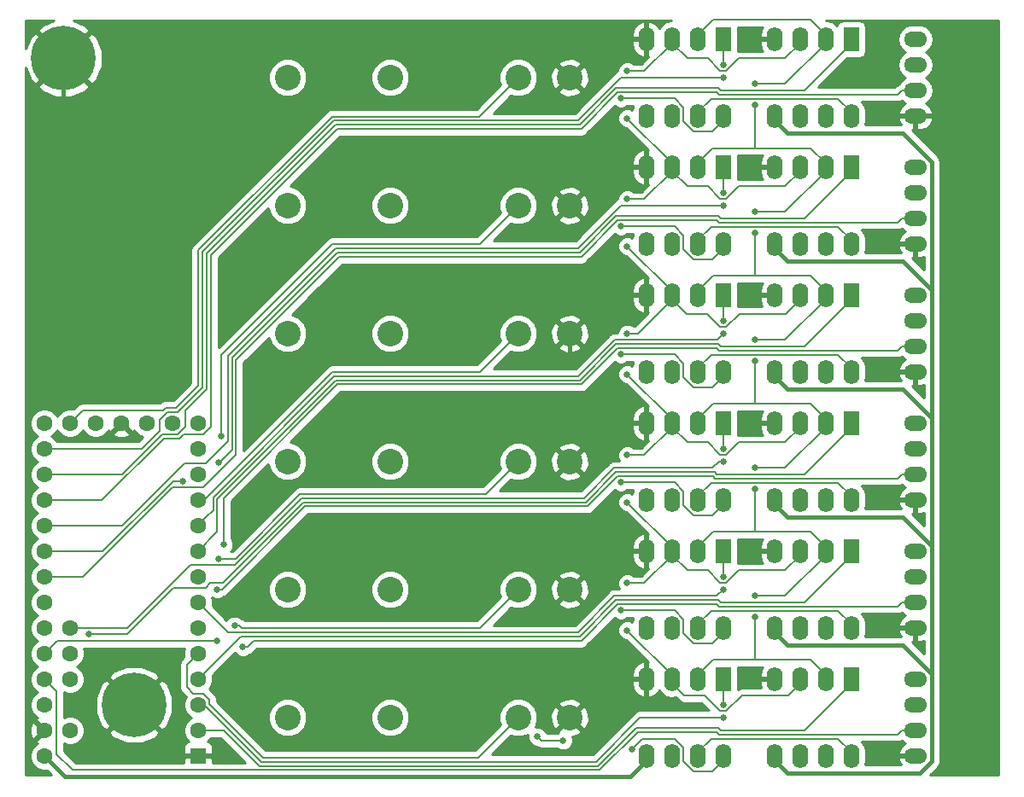
<source format=gbr>
G04 #@! TF.GenerationSoftware,KiCad,Pcbnew,(5.0.1)-3*
G04 #@! TF.CreationDate,2018-11-10T17:24:08-07:00*
G04 #@! TF.ProjectId,oMIDItone Board,6F4D494449746F6E6520426F6172642E,rev?*
G04 #@! TF.SameCoordinates,Original*
G04 #@! TF.FileFunction,Copper,L1,Top,Signal*
G04 #@! TF.FilePolarity,Positive*
%FSLAX46Y46*%
G04 Gerber Fmt 4.6, Leading zero omitted, Abs format (unit mm)*
G04 Created by KiCad (PCBNEW (5.0.1)-3) date 11/10/2018 5:24:08 PM*
%MOMM*%
%LPD*%
G01*
G04 APERTURE LIST*
G04 #@! TA.AperFunction,ComponentPad*
%ADD10C,6.400000*%
G04 #@! TD*
G04 #@! TA.AperFunction,ComponentPad*
%ADD11C,0.800000*%
G04 #@! TD*
G04 #@! TA.AperFunction,ComponentPad*
%ADD12R,1.600000X2.400000*%
G04 #@! TD*
G04 #@! TA.AperFunction,ComponentPad*
%ADD13O,1.600000X2.400000*%
G04 #@! TD*
G04 #@! TA.AperFunction,ComponentPad*
%ADD14C,2.540000*%
G04 #@! TD*
G04 #@! TA.AperFunction,ComponentPad*
%ADD15O,2.286000X1.524000*%
G04 #@! TD*
G04 #@! TA.AperFunction,ComponentPad*
%ADD16C,1.600000*%
G04 #@! TD*
G04 #@! TA.AperFunction,ComponentPad*
%ADD17R,1.600000X1.600000*%
G04 #@! TD*
G04 #@! TA.AperFunction,ViaPad*
%ADD18C,0.762000*%
G04 #@! TD*
G04 #@! TA.AperFunction,ViaPad*
%ADD19C,0.635000*%
G04 #@! TD*
G04 #@! TA.AperFunction,Conductor*
%ADD20C,0.381000*%
G04 #@! TD*
G04 #@! TA.AperFunction,Conductor*
%ADD21C,0.203200*%
G04 #@! TD*
G04 #@! TA.AperFunction,Conductor*
%ADD22C,0.254000*%
G04 #@! TD*
G04 APERTURE END LIST*
D10*
G04 #@! TO.P,H2,1*
G04 #@! TO.N,GND*
X176530000Y-151130000D03*
D11*
X176530000Y-153530000D03*
X174832944Y-152827056D03*
X174130000Y-151130000D03*
X174832944Y-149432944D03*
X176530000Y-148730000D03*
X178227056Y-149432944D03*
X178930000Y-151130000D03*
X178227056Y-152827056D03*
G04 #@! TD*
G04 #@! TO.P,H1,1*
G04 #@! TO.N,GND*
X171242056Y-88692056D03*
X171945000Y-86995000D03*
X171242056Y-85297944D03*
X169545000Y-84595000D03*
X167847944Y-85297944D03*
X167145000Y-86995000D03*
X167847944Y-88692056D03*
X169545000Y-89395000D03*
D10*
X169545000Y-86995000D03*
G04 #@! TD*
D12*
G04 #@! TO.P,U2,1*
G04 #@! TO.N,D14*
X234950000Y-85090000D03*
D13*
G04 #@! TO.P,U2,5*
G04 #@! TO.N,+5V*
X227330000Y-92710000D03*
G04 #@! TO.P,U2,2*
G04 #@! TO.N,D13*
X232410000Y-85090000D03*
G04 #@! TO.P,U2,6*
G04 #@! TO.N,N/C*
X229870000Y-92710000D03*
G04 #@! TO.P,U2,3*
G04 #@! TO.N,D11*
X229870000Y-85090000D03*
G04 #@! TO.P,U2,7*
G04 #@! TO.N,Net-(U2-Pad7)*
X232410000Y-92710000D03*
G04 #@! TO.P,U2,4*
G04 #@! TO.N,GND*
X227330000Y-85090000D03*
G04 #@! TO.P,U2,8*
G04 #@! TO.N,Net-(K1-Pad3)*
X234950000Y-92710000D03*
G04 #@! TD*
G04 #@! TO.P,U3,8*
G04 #@! TO.N,Net-(U2-Pad7)*
X247650000Y-92710000D03*
G04 #@! TO.P,U3,4*
G04 #@! TO.N,GND*
X240030000Y-85090000D03*
G04 #@! TO.P,U3,7*
G04 #@! TO.N,Net-(J1-Pad2)*
X245110000Y-92710000D03*
G04 #@! TO.P,U3,3*
G04 #@! TO.N,D11*
X242570000Y-85090000D03*
G04 #@! TO.P,U3,6*
G04 #@! TO.N,N/C*
X242570000Y-92710000D03*
G04 #@! TO.P,U3,2*
G04 #@! TO.N,D13*
X245110000Y-85090000D03*
G04 #@! TO.P,U3,5*
G04 #@! TO.N,+5V*
X240030000Y-92710000D03*
D12*
G04 #@! TO.P,U3,1*
G04 #@! TO.N,D15*
X247650000Y-85090000D03*
G04 #@! TD*
G04 #@! TO.P,U4,1*
G04 #@! TO.N,D17*
X234950000Y-97790000D03*
D13*
G04 #@! TO.P,U4,5*
G04 #@! TO.N,+5V*
X227330000Y-105410000D03*
G04 #@! TO.P,U4,2*
G04 #@! TO.N,D13*
X232410000Y-97790000D03*
G04 #@! TO.P,U4,6*
G04 #@! TO.N,N/C*
X229870000Y-105410000D03*
G04 #@! TO.P,U4,3*
G04 #@! TO.N,D11*
X229870000Y-97790000D03*
G04 #@! TO.P,U4,7*
G04 #@! TO.N,Net-(U4-Pad7)*
X232410000Y-105410000D03*
G04 #@! TO.P,U4,4*
G04 #@! TO.N,GND*
X227330000Y-97790000D03*
G04 #@! TO.P,U4,8*
G04 #@! TO.N,Net-(K2-Pad3)*
X234950000Y-105410000D03*
G04 #@! TD*
G04 #@! TO.P,U5,8*
G04 #@! TO.N,Net-(U4-Pad7)*
X247650000Y-105410000D03*
G04 #@! TO.P,U5,4*
G04 #@! TO.N,GND*
X240030000Y-97790000D03*
G04 #@! TO.P,U5,7*
G04 #@! TO.N,Net-(J2-Pad2)*
X245110000Y-105410000D03*
G04 #@! TO.P,U5,3*
G04 #@! TO.N,D11*
X242570000Y-97790000D03*
G04 #@! TO.P,U5,6*
G04 #@! TO.N,N/C*
X242570000Y-105410000D03*
G04 #@! TO.P,U5,2*
G04 #@! TO.N,D13*
X245110000Y-97790000D03*
G04 #@! TO.P,U5,5*
G04 #@! TO.N,+5V*
X240030000Y-105410000D03*
D12*
G04 #@! TO.P,U5,1*
G04 #@! TO.N,D18*
X247650000Y-97790000D03*
G04 #@! TD*
G04 #@! TO.P,U6,1*
G04 #@! TO.N,D08*
X234950000Y-110490000D03*
D13*
G04 #@! TO.P,U6,5*
G04 #@! TO.N,+5V*
X227330000Y-118110000D03*
G04 #@! TO.P,U6,2*
G04 #@! TO.N,D13*
X232410000Y-110490000D03*
G04 #@! TO.P,U6,6*
G04 #@! TO.N,N/C*
X229870000Y-118110000D03*
G04 #@! TO.P,U6,3*
G04 #@! TO.N,D11*
X229870000Y-110490000D03*
G04 #@! TO.P,U6,7*
G04 #@! TO.N,Net-(U6-Pad7)*
X232410000Y-118110000D03*
G04 #@! TO.P,U6,4*
G04 #@! TO.N,GND*
X227330000Y-110490000D03*
G04 #@! TO.P,U6,8*
G04 #@! TO.N,Net-(K3-Pad3)*
X234950000Y-118110000D03*
G04 #@! TD*
G04 #@! TO.P,U7,8*
G04 #@! TO.N,Net-(U6-Pad7)*
X247650000Y-118110000D03*
G04 #@! TO.P,U7,4*
G04 #@! TO.N,GND*
X240030000Y-110490000D03*
G04 #@! TO.P,U7,7*
G04 #@! TO.N,Net-(J3-Pad2)*
X245110000Y-118110000D03*
G04 #@! TO.P,U7,3*
G04 #@! TO.N,D11*
X242570000Y-110490000D03*
G04 #@! TO.P,U7,6*
G04 #@! TO.N,N/C*
X242570000Y-118110000D03*
G04 #@! TO.P,U7,2*
G04 #@! TO.N,D13*
X245110000Y-110490000D03*
G04 #@! TO.P,U7,5*
G04 #@! TO.N,+5V*
X240030000Y-118110000D03*
D12*
G04 #@! TO.P,U7,1*
G04 #@! TO.N,D07*
X247650000Y-110490000D03*
G04 #@! TD*
G04 #@! TO.P,U8,1*
G04 #@! TO.N,D25*
X234950000Y-123190000D03*
D13*
G04 #@! TO.P,U8,5*
G04 #@! TO.N,+5V*
X227330000Y-130810000D03*
G04 #@! TO.P,U8,2*
G04 #@! TO.N,D13*
X232410000Y-123190000D03*
G04 #@! TO.P,U8,6*
G04 #@! TO.N,N/C*
X229870000Y-130810000D03*
G04 #@! TO.P,U8,3*
G04 #@! TO.N,D11*
X229870000Y-123190000D03*
G04 #@! TO.P,U8,7*
G04 #@! TO.N,Net-(U8-Pad7)*
X232410000Y-130810000D03*
G04 #@! TO.P,U8,4*
G04 #@! TO.N,GND*
X227330000Y-123190000D03*
G04 #@! TO.P,U8,8*
G04 #@! TO.N,Net-(K4-Pad3)*
X234950000Y-130810000D03*
G04 #@! TD*
G04 #@! TO.P,U9,8*
G04 #@! TO.N,Net-(U8-Pad7)*
X247650000Y-130810000D03*
G04 #@! TO.P,U9,4*
G04 #@! TO.N,GND*
X240030000Y-123190000D03*
G04 #@! TO.P,U9,7*
G04 #@! TO.N,Net-(J4-Pad2)*
X245110000Y-130810000D03*
G04 #@! TO.P,U9,3*
G04 #@! TO.N,D11*
X242570000Y-123190000D03*
G04 #@! TO.P,U9,6*
G04 #@! TO.N,N/C*
X242570000Y-130810000D03*
G04 #@! TO.P,U9,2*
G04 #@! TO.N,D13*
X245110000Y-123190000D03*
G04 #@! TO.P,U9,5*
G04 #@! TO.N,+5V*
X240030000Y-130810000D03*
D12*
G04 #@! TO.P,U9,1*
G04 #@! TO.N,D24*
X247650000Y-123190000D03*
G04 #@! TD*
G04 #@! TO.P,U10,1*
G04 #@! TO.N,D05*
X234950000Y-135890000D03*
D13*
G04 #@! TO.P,U10,5*
G04 #@! TO.N,+5V*
X227330000Y-143510000D03*
G04 #@! TO.P,U10,2*
G04 #@! TO.N,D13*
X232410000Y-135890000D03*
G04 #@! TO.P,U10,6*
G04 #@! TO.N,N/C*
X229870000Y-143510000D03*
G04 #@! TO.P,U10,3*
G04 #@! TO.N,D11*
X229870000Y-135890000D03*
G04 #@! TO.P,U10,7*
G04 #@! TO.N,Net-(U10-Pad7)*
X232410000Y-143510000D03*
G04 #@! TO.P,U10,4*
G04 #@! TO.N,GND*
X227330000Y-135890000D03*
G04 #@! TO.P,U10,8*
G04 #@! TO.N,Net-(K5-Pad3)*
X234950000Y-143510000D03*
G04 #@! TD*
G04 #@! TO.P,U11,8*
G04 #@! TO.N,Net-(U10-Pad7)*
X247650000Y-143510000D03*
G04 #@! TO.P,U11,4*
G04 #@! TO.N,GND*
X240030000Y-135890000D03*
G04 #@! TO.P,U11,7*
G04 #@! TO.N,Net-(J5-Pad2)*
X245110000Y-143510000D03*
G04 #@! TO.P,U11,3*
G04 #@! TO.N,D11*
X242570000Y-135890000D03*
G04 #@! TO.P,U11,6*
G04 #@! TO.N,N/C*
X242570000Y-143510000D03*
G04 #@! TO.P,U11,2*
G04 #@! TO.N,D13*
X245110000Y-135890000D03*
G04 #@! TO.P,U11,5*
G04 #@! TO.N,+5V*
X240030000Y-143510000D03*
D12*
G04 #@! TO.P,U11,1*
G04 #@! TO.N,D02*
X247650000Y-135890000D03*
G04 #@! TD*
G04 #@! TO.P,U12,1*
G04 #@! TO.N,D01*
X234950000Y-148590000D03*
D13*
G04 #@! TO.P,U12,5*
G04 #@! TO.N,+5V*
X227330000Y-156210000D03*
G04 #@! TO.P,U12,2*
G04 #@! TO.N,D13*
X232410000Y-148590000D03*
G04 #@! TO.P,U12,6*
G04 #@! TO.N,N/C*
X229870000Y-156210000D03*
G04 #@! TO.P,U12,3*
G04 #@! TO.N,D11*
X229870000Y-148590000D03*
G04 #@! TO.P,U12,7*
G04 #@! TO.N,Net-(U12-Pad7)*
X232410000Y-156210000D03*
G04 #@! TO.P,U12,4*
G04 #@! TO.N,GND*
X227330000Y-148590000D03*
G04 #@! TO.P,U12,8*
G04 #@! TO.N,Net-(K6-Pad3)*
X234950000Y-156210000D03*
G04 #@! TD*
G04 #@! TO.P,U13,8*
G04 #@! TO.N,Net-(U12-Pad7)*
X247650000Y-156210000D03*
G04 #@! TO.P,U13,4*
G04 #@! TO.N,GND*
X240030000Y-148590000D03*
G04 #@! TO.P,U13,7*
G04 #@! TO.N,Net-(J6-Pad2)*
X245110000Y-156210000D03*
G04 #@! TO.P,U13,3*
G04 #@! TO.N,D11*
X242570000Y-148590000D03*
G04 #@! TO.P,U13,6*
G04 #@! TO.N,N/C*
X242570000Y-156210000D03*
G04 #@! TO.P,U13,2*
G04 #@! TO.N,D13*
X245110000Y-148590000D03*
G04 #@! TO.P,U13,5*
G04 #@! TO.N,+5V*
X240030000Y-156210000D03*
D12*
G04 #@! TO.P,U13,1*
G04 #@! TO.N,D00*
X247650000Y-148590000D03*
G04 #@! TD*
D14*
G04 #@! TO.P,K6,1*
G04 #@! TO.N,GND*
X219710000Y-152400000D03*
G04 #@! TO.P,K6,2*
G04 #@! TO.N,D03*
X214630000Y-152400000D03*
G04 #@! TO.P,K6,3*
G04 #@! TO.N,Net-(K6-Pad3)*
X201930000Y-152400000D03*
G04 #@! TO.P,K6,4*
G04 #@! TO.N,Net-(J6-Pad1)*
X191770000Y-152400000D03*
G04 #@! TD*
G04 #@! TO.P,K5,4*
G04 #@! TO.N,Net-(J5-Pad1)*
X191770000Y-139700000D03*
G04 #@! TO.P,K5,3*
G04 #@! TO.N,Net-(K5-Pad3)*
X201930000Y-139700000D03*
G04 #@! TO.P,K5,2*
G04 #@! TO.N,D04*
X214630000Y-139700000D03*
G04 #@! TO.P,K5,1*
G04 #@! TO.N,GND*
X219710000Y-139700000D03*
G04 #@! TD*
G04 #@! TO.P,K4,1*
G04 #@! TO.N,GND*
X219710000Y-127000000D03*
G04 #@! TO.P,K4,2*
G04 #@! TO.N,D06*
X214630000Y-127000000D03*
G04 #@! TO.P,K4,3*
G04 #@! TO.N,Net-(K4-Pad3)*
X201930000Y-127000000D03*
G04 #@! TO.P,K4,4*
G04 #@! TO.N,Net-(J4-Pad1)*
X191770000Y-127000000D03*
G04 #@! TD*
G04 #@! TO.P,K3,4*
G04 #@! TO.N,Net-(J3-Pad1)*
X191770000Y-114300000D03*
G04 #@! TO.P,K3,3*
G04 #@! TO.N,Net-(K3-Pad3)*
X201930000Y-114300000D03*
G04 #@! TO.P,K3,2*
G04 #@! TO.N,D09*
X214630000Y-114300000D03*
G04 #@! TO.P,K3,1*
G04 #@! TO.N,GND*
X219710000Y-114300000D03*
G04 #@! TD*
G04 #@! TO.P,K2,1*
G04 #@! TO.N,GND*
X219710000Y-101600000D03*
G04 #@! TO.P,K2,2*
G04 #@! TO.N,D10*
X214630000Y-101600000D03*
G04 #@! TO.P,K2,3*
G04 #@! TO.N,Net-(K2-Pad3)*
X201930000Y-101600000D03*
G04 #@! TO.P,K2,4*
G04 #@! TO.N,Net-(J2-Pad1)*
X191770000Y-101600000D03*
G04 #@! TD*
G04 #@! TO.P,K1,4*
G04 #@! TO.N,Net-(J1-Pad1)*
X191770000Y-88900000D03*
G04 #@! TO.P,K1,3*
G04 #@! TO.N,Net-(K1-Pad3)*
X201930000Y-88900000D03*
G04 #@! TO.P,K1,2*
G04 #@! TO.N,D26*
X214630000Y-88900000D03*
G04 #@! TO.P,K1,1*
G04 #@! TO.N,GND*
X219710000Y-88900000D03*
G04 #@! TD*
D15*
G04 #@! TO.P,J4,3*
G04 #@! TO.N,A7*
X254000000Y-128270000D03*
G04 #@! TO.P,J4,2*
G04 #@! TO.N,Net-(J4-Pad2)*
X254000000Y-125730000D03*
G04 #@! TO.P,J4,4*
G04 #@! TO.N,GND*
X254000000Y-130810000D03*
G04 #@! TO.P,J4,1*
G04 #@! TO.N,Net-(J4-Pad1)*
X254000000Y-123190000D03*
G04 #@! TD*
G04 #@! TO.P,J1,1*
G04 #@! TO.N,Net-(J1-Pad1)*
X254000000Y-85090000D03*
G04 #@! TO.P,J1,4*
G04 #@! TO.N,GND*
X254000000Y-92710000D03*
G04 #@! TO.P,J1,2*
G04 #@! TO.N,Net-(J1-Pad2)*
X254000000Y-87630000D03*
G04 #@! TO.P,J1,3*
G04 #@! TO.N,A2*
X254000000Y-90170000D03*
G04 #@! TD*
G04 #@! TO.P,J3,3*
G04 #@! TO.N,A6*
X254000000Y-115570000D03*
G04 #@! TO.P,J3,2*
G04 #@! TO.N,Net-(J3-Pad2)*
X254000000Y-113030000D03*
G04 #@! TO.P,J3,4*
G04 #@! TO.N,GND*
X254000000Y-118110000D03*
G04 #@! TO.P,J3,1*
G04 #@! TO.N,Net-(J3-Pad1)*
X254000000Y-110490000D03*
G04 #@! TD*
G04 #@! TO.P,J5,1*
G04 #@! TO.N,Net-(J5-Pad1)*
X254000000Y-135890000D03*
G04 #@! TO.P,J5,4*
G04 #@! TO.N,GND*
X254000000Y-143510000D03*
G04 #@! TO.P,J5,2*
G04 #@! TO.N,Net-(J5-Pad2)*
X254000000Y-138430000D03*
G04 #@! TO.P,J5,3*
G04 #@! TO.N,A8*
X254000000Y-140970000D03*
G04 #@! TD*
G04 #@! TO.P,J6,3*
G04 #@! TO.N,A9*
X254000000Y-153670000D03*
G04 #@! TO.P,J6,2*
G04 #@! TO.N,Net-(J6-Pad2)*
X254000000Y-151130000D03*
G04 #@! TO.P,J6,4*
G04 #@! TO.N,GND*
X254000000Y-156210000D03*
G04 #@! TO.P,J6,1*
G04 #@! TO.N,Net-(J6-Pad1)*
X254000000Y-148590000D03*
G04 #@! TD*
G04 #@! TO.P,J2,1*
G04 #@! TO.N,Net-(J2-Pad1)*
X254000000Y-97790000D03*
G04 #@! TO.P,J2,4*
G04 #@! TO.N,GND*
X254000000Y-105410000D03*
G04 #@! TO.P,J2,2*
G04 #@! TO.N,Net-(J2-Pad2)*
X254000000Y-100330000D03*
G04 #@! TO.P,J2,3*
G04 #@! TO.N,A5*
X254000000Y-102870000D03*
G04 #@! TD*
D16*
G04 #@! TO.P,U1,17*
G04 #@! TO.N,GND*
X175260000Y-123190000D03*
G04 #@! TO.P,U1,18*
G04 #@! TO.N,N/C*
X172720000Y-123190000D03*
G04 #@! TO.P,U1,19*
G04 #@! TO.N,D26*
X170180000Y-123190000D03*
G04 #@! TO.P,U1,20*
G04 #@! TO.N,D13*
X167640000Y-123190000D03*
G04 #@! TO.P,U1,16*
G04 #@! TO.N,N/C*
X177800000Y-123190000D03*
G04 #@! TO.P,U1,15*
X180340000Y-123190000D03*
G04 #@! TO.P,U1,14*
X182880000Y-123190000D03*
G04 #@! TO.P,U1,21*
G04 #@! TO.N,D14*
X167640000Y-125730000D03*
G04 #@! TO.P,U1,22*
G04 #@! TO.N,D15*
X167640000Y-128270000D03*
G04 #@! TO.P,U1,23*
G04 #@! TO.N,A2*
X167640000Y-130810000D03*
G04 #@! TO.P,U1,24*
G04 #@! TO.N,D17*
X167640000Y-133350000D03*
G04 #@! TO.P,U1,25*
G04 #@! TO.N,D18*
X167640000Y-135890000D03*
G04 #@! TO.P,U1,26*
G04 #@! TO.N,A5*
X167640000Y-138430000D03*
G04 #@! TO.P,U1,27*
G04 #@! TO.N,A6*
X167640000Y-140970000D03*
G04 #@! TO.P,U1,28*
G04 #@! TO.N,A7*
X167640000Y-143510000D03*
G04 #@! TO.P,U1,29*
G04 #@! TO.N,A8*
X167640000Y-146050000D03*
G04 #@! TO.P,U1,30*
G04 #@! TO.N,A9*
X167640000Y-148590000D03*
G04 #@! TO.P,U1,31*
G04 #@! TO.N,N/C*
X167640000Y-151130000D03*
G04 #@! TO.P,U1,32*
G04 #@! TO.N,GND*
X167640000Y-153670000D03*
G04 #@! TO.P,U1,33*
G04 #@! TO.N,+5V*
X167640000Y-156210000D03*
G04 #@! TO.P,U1,34*
G04 #@! TO.N,N/C*
X170180000Y-153670000D03*
G04 #@! TO.P,U1,35*
X170180000Y-148590000D03*
G04 #@! TO.P,U1,36*
G04 #@! TO.N,D24*
X170180000Y-146050000D03*
G04 #@! TO.P,U1,37*
G04 #@! TO.N,D25*
X170180000Y-143510000D03*
G04 #@! TO.P,U1,13*
G04 #@! TO.N,D11*
X182880000Y-125730000D03*
G04 #@! TO.P,U1,12*
G04 #@! TO.N,D10*
X182880000Y-128270000D03*
G04 #@! TO.P,U1,11*
G04 #@! TO.N,D09*
X182880000Y-130810000D03*
G04 #@! TO.P,U1,10*
G04 #@! TO.N,D08*
X182880000Y-133350000D03*
G04 #@! TO.P,U1,9*
G04 #@! TO.N,D07*
X182880000Y-135890000D03*
G04 #@! TO.P,U1,8*
G04 #@! TO.N,D06*
X182880000Y-138430000D03*
G04 #@! TO.P,U1,7*
G04 #@! TO.N,D05*
X182880000Y-140970000D03*
G04 #@! TO.P,U1,6*
G04 #@! TO.N,D04*
X182880000Y-143510000D03*
G04 #@! TO.P,U1,5*
G04 #@! TO.N,D03*
X182880000Y-146050000D03*
G04 #@! TO.P,U1,4*
G04 #@! TO.N,D02*
X182880000Y-148590000D03*
G04 #@! TO.P,U1,3*
G04 #@! TO.N,D01*
X182880000Y-151130000D03*
G04 #@! TO.P,U1,2*
G04 #@! TO.N,D00*
X182880000Y-153670000D03*
D17*
G04 #@! TO.P,U1,1*
G04 #@! TO.N,GND*
X182880000Y-156210000D03*
G04 #@! TD*
D18*
G04 #@! TO.N,GND*
X219710000Y-117475000D03*
X173990000Y-120015000D03*
D19*
G04 #@! TO.N,D13*
X238125000Y-129705132D03*
X238125000Y-117005132D03*
X238125000Y-104305132D03*
X238125000Y-91605132D03*
X238125000Y-142405132D03*
X238125000Y-89535000D03*
X238125000Y-102235000D03*
X238125000Y-114935000D03*
X238125000Y-127635000D03*
X238125000Y-140335000D03*
G04 #@! TO.N,D24*
X172084974Y-144145000D03*
G04 #@! TO.N,D25*
X234950000Y-125730000D03*
X234950000Y-127000000D03*
G04 #@! TO.N,D11*
X225425000Y-143745008D03*
X225425000Y-139065000D03*
X225425000Y-131044992D03*
X225425000Y-126365000D03*
X225425000Y-105645006D03*
X225425000Y-118345004D03*
X225425000Y-100965000D03*
X225425000Y-92944996D03*
X225425000Y-88265000D03*
X225425000Y-114300000D03*
G04 #@! TO.N,D10*
X185204101Y-124460014D03*
G04 #@! TO.N,D08*
X234950000Y-113030000D03*
X234950000Y-114300000D03*
G04 #@! TO.N,D06*
X184907540Y-136647540D03*
G04 #@! TO.N,D05*
X234950000Y-138430000D03*
X234950000Y-139700000D03*
G04 #@! TO.N,D04*
X186502429Y-143240530D03*
G04 #@! TO.N,D01*
X234950000Y-151130000D03*
X234950000Y-152400000D03*
G04 #@! TO.N,Net-(K1-Pad3)*
X224790000Y-90970132D03*
G04 #@! TO.N,Net-(K2-Pad3)*
X224790000Y-103670132D03*
G04 #@! TO.N,Net-(K3-Pad3)*
X224790000Y-116370132D03*
G04 #@! TO.N,Net-(K4-Pad3)*
X224790000Y-129070132D03*
G04 #@! TO.N,Net-(K5-Pad3)*
X224790000Y-141770132D03*
G04 #@! TO.N,Net-(K6-Pad3)*
X216535000Y-154305000D03*
X225865040Y-155562310D03*
X219075000Y-154698711D03*
G04 #@! TO.N,A8*
X184785000Y-144780000D03*
X187325000Y-145415008D03*
G04 #@! TO.N,A7*
X184785000Y-139700000D03*
G04 #@! TO.N,A6*
X185420054Y-135255000D03*
G04 #@! TO.N,D18*
X184907540Y-127122540D03*
X181319376Y-128917690D03*
G04 #@! TO.N,D17*
X234950000Y-100330000D03*
X234950000Y-101600000D03*
G04 #@! TO.N,D14*
X234950000Y-87630000D03*
X234950000Y-88900000D03*
G04 #@! TD*
D20*
G04 #@! TO.N,GND*
X240030000Y-148990000D02*
X240030000Y-148590000D01*
X227330000Y-148990000D02*
X227330000Y-148590000D01*
X223520000Y-85090000D02*
X227330000Y-85090000D01*
X219710000Y-88900000D02*
X223520000Y-85090000D01*
X223520000Y-97790000D02*
X227330000Y-97790000D01*
X219710000Y-101600000D02*
X223520000Y-97790000D01*
X223520000Y-110490000D02*
X227330000Y-110490000D01*
X219710000Y-114300000D02*
X223520000Y-110490000D01*
X223520000Y-123190000D02*
X227330000Y-123190000D01*
X219710000Y-127000000D02*
X223520000Y-123190000D01*
X223520000Y-135890000D02*
X227330000Y-135890000D01*
X219710000Y-139700000D02*
X223520000Y-135890000D01*
X223520000Y-148590000D02*
X227330000Y-148590000D01*
X219710000Y-152400000D02*
X223520000Y-148590000D01*
X219710000Y-114300000D02*
X219710000Y-117475000D01*
X169545000Y-115570000D02*
X169545000Y-86995000D01*
X173990000Y-120015000D02*
X169545000Y-115570000D01*
D21*
G04 #@! TO.N,D26*
X210769233Y-92760767D02*
X213360001Y-90169999D01*
X196164231Y-92760767D02*
X210769233Y-92760767D01*
X182880000Y-119500499D02*
X182880000Y-106044998D01*
X180701711Y-121678788D02*
X182880000Y-119500499D01*
X179641355Y-121678788D02*
X180701711Y-121678788D01*
X170180000Y-123190000D02*
X171450000Y-121920000D01*
X182880000Y-106044998D02*
X196164231Y-92760767D01*
X179400144Y-121920000D02*
X179641355Y-121678788D01*
X213360001Y-90169999D02*
X214630000Y-88900000D01*
X171450000Y-121920000D02*
X179400144Y-121920000D01*
G04 #@! TO.N,D13*
X245110000Y-148590000D02*
X245110000Y-148190000D01*
X245110000Y-148190000D02*
X243605000Y-146685000D01*
X232410000Y-135490000D02*
X232410000Y-135890000D01*
X233915000Y-133985000D02*
X232410000Y-135490000D01*
X245110000Y-135890000D02*
X245110000Y-135490000D01*
X245110000Y-135490000D02*
X243605000Y-133985000D01*
X232410000Y-122790000D02*
X232410000Y-123190000D01*
X233915000Y-121285000D02*
X232410000Y-122790000D01*
X245110000Y-123190000D02*
X245110000Y-122790000D01*
X245110000Y-122790000D02*
X243605000Y-121285000D01*
X232410000Y-110090000D02*
X232410000Y-110490000D01*
X233915000Y-108585000D02*
X232410000Y-110090000D01*
X245110000Y-110490000D02*
X245110000Y-110090000D01*
X245110000Y-110090000D02*
X243605000Y-108585000D01*
X232410000Y-97390000D02*
X232410000Y-97790000D01*
X233890324Y-95909676D02*
X232410000Y-97390000D01*
X245110000Y-97790000D02*
X245110000Y-97390000D01*
X245110000Y-97390000D02*
X243629676Y-95909676D01*
X232410000Y-84690000D02*
X232410000Y-85090000D01*
X233915000Y-83185000D02*
X232410000Y-84690000D01*
X243605000Y-83185000D02*
X233915000Y-83185000D01*
X245110000Y-85090000D02*
X245110000Y-84690000D01*
X245110000Y-84690000D02*
X243605000Y-83185000D01*
X238125000Y-95909676D02*
X233890324Y-95909676D01*
X243629676Y-95909676D02*
X238125000Y-95909676D01*
X238125000Y-108585000D02*
X233915000Y-108585000D01*
X243605000Y-108585000D02*
X238125000Y-108585000D01*
X238125000Y-121285000D02*
X233915000Y-121285000D01*
X243605000Y-121285000D02*
X238125000Y-121285000D01*
X238125000Y-133985000D02*
X233915000Y-133985000D01*
X243605000Y-133985000D02*
X238125000Y-133985000D01*
X243605000Y-146685000D02*
X238125000Y-146685000D01*
X238125000Y-146685000D02*
X233915000Y-146685000D01*
X233915000Y-146685000D02*
X232410000Y-148190000D01*
X232410000Y-148190000D02*
X232410000Y-148590000D01*
X238125000Y-133985000D02*
X238125000Y-129705132D01*
X238125000Y-121285000D02*
X238125000Y-117005132D01*
X238125000Y-108585000D02*
X238125000Y-104305132D01*
X238125000Y-95909676D02*
X238125000Y-91605132D01*
X238125000Y-146685000D02*
X238125000Y-142405132D01*
X245110000Y-85090000D02*
X245110000Y-85490000D01*
X245110000Y-85490000D02*
X241065000Y-89535000D01*
X241065000Y-89535000D02*
X238574012Y-89535000D01*
X238574012Y-89535000D02*
X238125000Y-89535000D01*
X238574012Y-102235000D02*
X238125000Y-102235000D01*
X241065000Y-102235000D02*
X238574012Y-102235000D01*
X245110000Y-98190000D02*
X241065000Y-102235000D01*
X245110000Y-97790000D02*
X245110000Y-98190000D01*
X245110000Y-110490000D02*
X245110000Y-110890000D01*
X245110000Y-110890000D02*
X241065000Y-114935000D01*
X238574012Y-114935000D02*
X238125000Y-114935000D01*
X241065000Y-114935000D02*
X238574012Y-114935000D01*
X241065000Y-127635000D02*
X238574012Y-127635000D01*
X245110000Y-123590000D02*
X241065000Y-127635000D01*
X238574012Y-127635000D02*
X238125000Y-127635000D01*
X245110000Y-123190000D02*
X245110000Y-123590000D01*
X238574012Y-140335000D02*
X238125000Y-140335000D01*
X241065000Y-140335000D02*
X238574012Y-140335000D01*
X245110000Y-136290000D02*
X241065000Y-140335000D01*
X245110000Y-135890000D02*
X245110000Y-136290000D01*
D20*
G04 #@! TO.N,+5V*
X252774414Y-145205310D02*
X241325310Y-145205310D01*
X240030000Y-143910000D02*
X240030000Y-143510000D01*
X255638310Y-156730794D02*
X255638310Y-148069206D01*
X254463794Y-157905310D02*
X255638310Y-156730794D01*
X241325310Y-157905310D02*
X254463794Y-157905310D01*
X241325310Y-145205310D02*
X240030000Y-143910000D01*
X240030000Y-156610000D02*
X241325310Y-157905310D01*
X255638310Y-148069206D02*
X252774414Y-145205310D01*
X240030000Y-156210000D02*
X240030000Y-156610000D01*
X240030000Y-131210000D02*
X240030000Y-130810000D01*
X241325310Y-132505310D02*
X240030000Y-131210000D01*
X252774414Y-132505310D02*
X241325310Y-132505310D01*
X255638310Y-135369206D02*
X252774414Y-132505310D01*
X255638310Y-148069206D02*
X255638310Y-135369206D01*
X240030000Y-118510000D02*
X240030000Y-118110000D01*
X241325310Y-119805310D02*
X240030000Y-118510000D01*
X252774414Y-119805310D02*
X241325310Y-119805310D01*
X255638310Y-122669206D02*
X252774414Y-119805310D01*
X255638310Y-135369206D02*
X255638310Y-122669206D01*
X240030000Y-105810000D02*
X240030000Y-105410000D01*
X241325310Y-107105310D02*
X240030000Y-105810000D01*
X252774414Y-107105310D02*
X241325310Y-107105310D01*
X255638310Y-109969206D02*
X252774414Y-107105310D01*
X255638310Y-122669206D02*
X255638310Y-109969206D01*
X240030000Y-93110000D02*
X240030000Y-92710000D01*
X241325310Y-94405310D02*
X240030000Y-93110000D01*
X252774414Y-94405310D02*
X241325310Y-94405310D01*
X255638310Y-97269206D02*
X252774414Y-94405310D01*
X255638310Y-109969206D02*
X255638310Y-97269206D01*
X169634690Y-158204690D02*
X225735310Y-158204690D01*
X167640000Y-156210000D02*
X169634690Y-158204690D01*
X225735310Y-158204690D02*
X227330000Y-156610000D01*
X227330000Y-156610000D02*
X227330000Y-156210000D01*
D21*
G04 #@! TO.N,A2*
X252247389Y-90576411D02*
X252653800Y-90170000D01*
X234543589Y-90576411D02*
X252247389Y-90576411D01*
X234315000Y-90347822D02*
X234543589Y-90576411D01*
X224491680Y-90347822D02*
X234315000Y-90347822D01*
X196669250Y-93980000D02*
X220859502Y-93980000D01*
X173355000Y-130810000D02*
X179463788Y-124701212D01*
X252653800Y-90170000D02*
X254000000Y-90170000D01*
X167640000Y-130810000D02*
X173355000Y-130810000D01*
X179463788Y-124701212D02*
X181038645Y-124701212D01*
X184150000Y-106499250D02*
X196669250Y-93980000D01*
X181038645Y-124701212D02*
X181445055Y-124294801D01*
X184150000Y-123555106D02*
X184150000Y-106499250D01*
X181445055Y-124294801D02*
X183410305Y-124294801D01*
X220859502Y-93980000D02*
X224491680Y-90347822D01*
X183410305Y-124294801D02*
X184150000Y-123555106D01*
G04 #@! TO.N,A5*
X168771370Y-138430000D02*
X167640000Y-138430000D01*
X234315000Y-103047822D02*
X224491680Y-103047822D01*
X180340000Y-129540000D02*
X171450000Y-138430000D01*
X171450000Y-138430000D02*
X168771370Y-138430000D01*
X183411088Y-129540000D02*
X180340000Y-129540000D01*
X252653800Y-102870000D02*
X252247389Y-103276411D01*
X186639233Y-116890767D02*
X186639233Y-126311855D01*
X186639233Y-126311855D02*
X183411088Y-129540000D01*
X196850000Y-106680000D02*
X186639233Y-116890767D01*
X220859502Y-106680000D02*
X196850000Y-106680000D01*
X234543589Y-103276411D02*
X234315000Y-103047822D01*
X254000000Y-102870000D02*
X252653800Y-102870000D01*
X252247389Y-103276411D02*
X234543589Y-103276411D01*
X224491680Y-103047822D02*
X220859502Y-106680000D01*
G04 #@! TO.N,D24*
X180444949Y-139534801D02*
X175834750Y-144145000D01*
X183619949Y-139534801D02*
X180444949Y-139534801D01*
X184089750Y-139065000D02*
X183619949Y-139534801D01*
X185299501Y-139065000D02*
X184089750Y-139065000D01*
X193325912Y-131038589D02*
X185299501Y-139065000D01*
X247650000Y-123190000D02*
X247650000Y-123590000D01*
X247650000Y-123590000D02*
X242982699Y-128257301D01*
X242982699Y-128257301D02*
X234302301Y-128257301D01*
X172533986Y-144145000D02*
X172084974Y-144145000D01*
X234302301Y-128257301D02*
X234086411Y-128041411D01*
X175834750Y-144145000D02*
X172533986Y-144145000D01*
X234086411Y-128041411D02*
X224323340Y-128041411D01*
X221326162Y-131038589D02*
X193325912Y-131038589D01*
X224323340Y-128041411D02*
X221326162Y-131038589D01*
G04 #@! TO.N,D25*
X234950000Y-123190000D02*
X234950000Y-125730000D01*
X234500988Y-127000000D02*
X234950000Y-127000000D01*
X224155000Y-127635000D02*
X233865988Y-127635000D01*
X233865988Y-127635000D02*
X234500988Y-127000000D01*
X175895000Y-143510000D02*
X182135158Y-137269842D01*
X170180000Y-143510000D02*
X175895000Y-143510000D01*
X182135158Y-137269842D02*
X186519908Y-137269842D01*
X186519908Y-137269842D02*
X193157572Y-130632178D01*
X193157572Y-130632178D02*
X221157822Y-130632178D01*
X221157822Y-130632178D02*
X224155000Y-127635000D01*
G04 #@! TO.N,D11*
X229870000Y-135890000D02*
X229870000Y-136290000D01*
X229870000Y-123190000D02*
X229870000Y-123590000D01*
X229870000Y-110490000D02*
X229870000Y-110890000D01*
X229870000Y-97790000D02*
X229870000Y-98190000D01*
X229870000Y-85090000D02*
X229870000Y-85490000D01*
X229870000Y-148590000D02*
X229870000Y-148190000D01*
X229870000Y-148190000D02*
X225425008Y-143745008D01*
X225425008Y-143745008D02*
X225425000Y-143745008D01*
X229870000Y-136290000D02*
X227095000Y-139065000D01*
X227095000Y-139065000D02*
X225874012Y-139065000D01*
X225874012Y-139065000D02*
X225425000Y-139065000D01*
X229870000Y-135890000D02*
X229870000Y-135490000D01*
X229870000Y-135490000D02*
X225425000Y-131045000D01*
X225425000Y-131045000D02*
X225425000Y-131044992D01*
X229870000Y-123590000D02*
X227095000Y-126365000D01*
X227095000Y-126365000D02*
X225874012Y-126365000D01*
X225874012Y-126365000D02*
X225425000Y-126365000D01*
X229870000Y-110490000D02*
X229870000Y-110090000D01*
X229870000Y-110090000D02*
X225425006Y-105645006D01*
X225425006Y-105645006D02*
X225425000Y-105645006D01*
X229870000Y-123190000D02*
X229870000Y-122790000D01*
X229870000Y-122790000D02*
X225425004Y-118345004D01*
X225425004Y-118345004D02*
X225425000Y-118345004D01*
X229870000Y-98190000D02*
X227095000Y-100965000D01*
X227095000Y-100965000D02*
X225874012Y-100965000D01*
X225874012Y-100965000D02*
X225425000Y-100965000D01*
X229870000Y-97790000D02*
X229870000Y-97390000D01*
X229870000Y-97390000D02*
X225425000Y-92945000D01*
X225425000Y-92945000D02*
X225425000Y-92944996D01*
X225874012Y-88265000D02*
X225425000Y-88265000D01*
X229870000Y-85490000D02*
X227095000Y-88265000D01*
X227095000Y-88265000D02*
X225874012Y-88265000D01*
X242570000Y-148590000D02*
X242570000Y-148990000D01*
X233095402Y-150196410D02*
X231076410Y-150196410D01*
X229870000Y-148990000D02*
X229870000Y-148590000D01*
X231076410Y-150196410D02*
X229870000Y-148990000D01*
X234651294Y-151752302D02*
X233095402Y-150196410D01*
X235248706Y-151752302D02*
X234651294Y-151752302D01*
X236804598Y-150196410D02*
X235248706Y-151752302D01*
X241363590Y-150196410D02*
X236804598Y-150196410D01*
X242570000Y-148990000D02*
X241363590Y-150196410D01*
X231375000Y-137795000D02*
X229870000Y-136290000D01*
X242570000Y-136290000D02*
X241065000Y-137795000D01*
X241065000Y-137795000D02*
X236506008Y-137795000D01*
X233393992Y-137795000D02*
X231375000Y-137795000D01*
X236506008Y-137795000D02*
X235248706Y-139052302D01*
X234651294Y-139052302D02*
X233393992Y-137795000D01*
X235248706Y-139052302D02*
X234651294Y-139052302D01*
X242570000Y-135890000D02*
X242570000Y-136290000D01*
X241065000Y-125095000D02*
X236506008Y-125095000D01*
X236506008Y-125095000D02*
X235248706Y-126352302D01*
X235248706Y-126352302D02*
X234651294Y-126352302D01*
X234651294Y-126352302D02*
X233393992Y-125095000D01*
X231375000Y-125095000D02*
X229870000Y-123590000D01*
X242570000Y-123590000D02*
X241065000Y-125095000D01*
X233393992Y-125095000D02*
X231375000Y-125095000D01*
X242570000Y-123190000D02*
X242570000Y-123590000D01*
X241107054Y-112352946D02*
X236548062Y-112352946D01*
X242570000Y-110490000D02*
X242570000Y-110890000D01*
X234651294Y-113652302D02*
X233351938Y-112352946D01*
X242570000Y-110890000D02*
X241107054Y-112352946D01*
X236548062Y-112352946D02*
X235248706Y-113652302D01*
X235248706Y-113652302D02*
X234651294Y-113652302D01*
X231332946Y-112352946D02*
X229870000Y-110890000D01*
X233351938Y-112352946D02*
X231332946Y-112352946D01*
X233393992Y-99695000D02*
X231375000Y-99695000D01*
X242570000Y-97790000D02*
X242570000Y-98190000D01*
X242570000Y-98190000D02*
X241065000Y-99695000D01*
X241065000Y-99695000D02*
X236506008Y-99695000D01*
X235248706Y-100952302D02*
X234651294Y-100952302D01*
X231375000Y-99695000D02*
X229870000Y-98190000D01*
X234651294Y-100952302D02*
X233393992Y-99695000D01*
X236506008Y-99695000D02*
X235248706Y-100952302D01*
X234651294Y-88252302D02*
X233393992Y-86995000D01*
X242570000Y-85490000D02*
X241065000Y-86995000D01*
X235248706Y-88252302D02*
X234651294Y-88252302D01*
X231375000Y-86995000D02*
X229870000Y-85490000D01*
X241065000Y-86995000D02*
X236506008Y-86995000D01*
X233393992Y-86995000D02*
X231375000Y-86995000D01*
X236506008Y-86995000D02*
X235248706Y-88252302D01*
X242570000Y-85090000D02*
X242570000Y-85490000D01*
X226460000Y-114300000D02*
X225874012Y-114300000D01*
X225874012Y-114300000D02*
X225425000Y-114300000D01*
X229870000Y-110890000D02*
X226460000Y-114300000D01*
G04 #@! TO.N,D10*
X185204101Y-116420899D02*
X185204101Y-124011002D01*
X185204101Y-124011002D02*
X185204101Y-124460014D01*
X196215000Y-105410000D02*
X185204101Y-116420899D01*
X210820000Y-105410000D02*
X196215000Y-105410000D01*
X214630000Y-101600000D02*
X210820000Y-105410000D01*
G04 #@! TO.N,D09*
X183515000Y-130810000D02*
X196215000Y-118110000D01*
X182880000Y-130810000D02*
X183515000Y-130810000D01*
X196215000Y-118110000D02*
X210820000Y-118110000D01*
X210820000Y-118110000D02*
X213360001Y-115569999D01*
X213360001Y-115569999D02*
X214630000Y-114300000D01*
G04 #@! TO.N,D08*
X234950000Y-110490000D02*
X234950000Y-113030000D01*
X184378589Y-130521161D02*
X184378589Y-131851411D01*
X196383339Y-118516411D02*
X184378589Y-130521161D01*
X183679999Y-132550001D02*
X182880000Y-133350000D01*
X224167698Y-114922302D02*
X220573589Y-118516411D01*
X234327698Y-114922302D02*
X224167698Y-114922302D01*
X184378589Y-131851411D02*
X183679999Y-132550001D01*
X220573589Y-118516411D02*
X196383339Y-118516411D01*
X234950000Y-114300000D02*
X234327698Y-114922302D01*
G04 #@! TO.N,D07*
X196551678Y-118922822D02*
X220741929Y-118922822D01*
X184785000Y-130689500D02*
X196551678Y-118922822D01*
X242970000Y-115570000D02*
X247650000Y-110890000D01*
X234483340Y-115341411D02*
X234711929Y-115570000D01*
X184785000Y-133985000D02*
X184785000Y-130689500D01*
X182880000Y-135890000D02*
X184785000Y-133985000D01*
X220741929Y-118922822D02*
X224323340Y-115341411D01*
X224323340Y-115341411D02*
X234483340Y-115341411D01*
X234711929Y-115570000D02*
X242970000Y-115570000D01*
X247650000Y-110890000D02*
X247650000Y-110490000D01*
G04 #@! TO.N,D06*
X185356552Y-136647540D02*
X184907540Y-136647540D01*
X186567460Y-136647540D02*
X185356552Y-136647540D01*
X192989233Y-130225767D02*
X186567460Y-136647540D01*
X214630000Y-127000000D02*
X211404233Y-130225767D01*
X211404233Y-130225767D02*
X192989233Y-130225767D01*
G04 #@! TO.N,D05*
X234950000Y-135890000D02*
X234950000Y-138430000D01*
X183679999Y-141769999D02*
X182880000Y-140970000D01*
X185877178Y-143967178D02*
X183679999Y-141769999D01*
X220522822Y-143967178D02*
X185877178Y-143967178D01*
X224155000Y-140335000D02*
X220522822Y-143967178D01*
X234315000Y-140335000D02*
X224155000Y-140335000D01*
X234950000Y-139700000D02*
X234315000Y-140335000D01*
G04 #@! TO.N,D04*
X186951441Y-143240530D02*
X186502429Y-143240530D01*
X187220911Y-143510000D02*
X186951441Y-143240530D01*
X214630000Y-139700000D02*
X210820000Y-143510000D01*
X210820000Y-143510000D02*
X187220911Y-143510000D01*
G04 #@! TO.N,D03*
X183984801Y-151085300D02*
X183984801Y-150599695D01*
X189288047Y-156388546D02*
X183984801Y-151085300D01*
X183984801Y-150599695D02*
X183410305Y-150025199D01*
X182410199Y-150025199D02*
X181775199Y-149390199D01*
X182080001Y-146849999D02*
X182880000Y-146050000D01*
X181775199Y-149390199D02*
X181775199Y-147154801D01*
X181775199Y-147154801D02*
X182080001Y-146849999D01*
X210641454Y-156388546D02*
X189288047Y-156388546D01*
X214630000Y-152400000D02*
X210641454Y-156388546D01*
X183410305Y-150025199D02*
X182410199Y-150025199D01*
G04 #@! TO.N,D02*
X224323339Y-140741411D02*
X234483340Y-140741411D01*
X220691162Y-144373589D02*
X224323339Y-140741411D01*
X242970000Y-140970000D02*
X247650000Y-136290000D01*
X234711929Y-140970000D02*
X242970000Y-140970000D01*
X234483340Y-140741411D02*
X234711929Y-140970000D01*
X187096411Y-144373589D02*
X220691162Y-144373589D01*
X182880000Y-148590000D02*
X187096411Y-144373589D01*
X247650000Y-136290000D02*
X247650000Y-135890000D01*
G04 #@! TO.N,D01*
X234950000Y-148590000D02*
X234950000Y-151130000D01*
X183454750Y-151130000D02*
X182880000Y-151130000D01*
X189119707Y-156794957D02*
X183454750Y-151130000D01*
X222300043Y-156794957D02*
X189119707Y-156794957D01*
X234950000Y-152400000D02*
X226695000Y-152400000D01*
X226695000Y-152400000D02*
X222300043Y-156794957D01*
G04 #@! TO.N,D00*
X188951368Y-157201368D02*
X185420000Y-153670000D01*
X222528631Y-157201368D02*
X188951368Y-157201368D01*
X234483340Y-153441411D02*
X226288588Y-153441411D01*
X234711929Y-153670000D02*
X234483340Y-153441411D01*
X242970000Y-153670000D02*
X234711929Y-153670000D01*
X247650000Y-148990000D02*
X242970000Y-153670000D01*
X247650000Y-148590000D02*
X247650000Y-148990000D01*
X226288588Y-153441411D02*
X222528631Y-157201368D01*
X185420000Y-153670000D02*
X182880000Y-153670000D01*
G04 #@! TO.N,Net-(K1-Pad3)*
X234950000Y-92710000D02*
X234950000Y-93110000D01*
X225239012Y-90970132D02*
X224790000Y-90970132D01*
X230092569Y-90970132D02*
X225239012Y-90970132D01*
X233845190Y-94214810D02*
X231952373Y-94214810D01*
X230974810Y-93237247D02*
X230974810Y-91852373D01*
X231952373Y-94214810D02*
X230974810Y-93237247D01*
X230974810Y-91852373D02*
X230092569Y-90970132D01*
X234950000Y-93110000D02*
X233845190Y-94214810D01*
G04 #@! TO.N,Net-(K2-Pad3)*
X234950000Y-105410000D02*
X234950000Y-105810000D01*
X225239012Y-103670132D02*
X224790000Y-103670132D01*
X230092569Y-103670132D02*
X225239012Y-103670132D01*
X234950000Y-105810000D02*
X233845190Y-106914810D01*
X233845190Y-106914810D02*
X231952373Y-106914810D01*
X230974810Y-104552373D02*
X230092569Y-103670132D01*
X231952373Y-106914810D02*
X230974810Y-105937247D01*
X230974810Y-105937247D02*
X230974810Y-104552373D01*
G04 #@! TO.N,Net-(K3-Pad3)*
X231952373Y-119614810D02*
X230974810Y-118637247D01*
X234950000Y-118510000D02*
X233845190Y-119614810D01*
X230092569Y-116370132D02*
X225239012Y-116370132D01*
X225239012Y-116370132D02*
X224790000Y-116370132D01*
X234950000Y-118110000D02*
X234950000Y-118510000D01*
X233845190Y-119614810D02*
X231952373Y-119614810D01*
X230974810Y-117252373D02*
X230092569Y-116370132D01*
X230974810Y-118637247D02*
X230974810Y-117252373D01*
G04 #@! TO.N,Net-(K4-Pad3)*
X233845190Y-132314810D02*
X231952373Y-132314810D01*
X234950000Y-130810000D02*
X234950000Y-131210000D01*
X234950000Y-131210000D02*
X233845190Y-132314810D01*
X230092569Y-129070132D02*
X225239012Y-129070132D01*
X231952373Y-132314810D02*
X230974810Y-131337247D01*
X230974810Y-131337247D02*
X230974810Y-129952373D01*
X230974810Y-129952373D02*
X230092569Y-129070132D01*
X225239012Y-129070132D02*
X224790000Y-129070132D01*
G04 #@! TO.N,Net-(K5-Pad3)*
X230974810Y-142652373D02*
X230092569Y-141770132D01*
X233845190Y-145014810D02*
X231952373Y-145014810D01*
X231952373Y-145014810D02*
X230974810Y-144037247D01*
X225239012Y-141770132D02*
X224790000Y-141770132D01*
X234950000Y-143910000D02*
X233845190Y-145014810D01*
X230092569Y-141770132D02*
X225239012Y-141770132D01*
X234950000Y-143510000D02*
X234950000Y-143910000D01*
X230974810Y-144037247D02*
X230974810Y-142652373D01*
G04 #@! TO.N,Net-(K6-Pad3)*
X226944528Y-154482822D02*
X226182539Y-155244811D01*
X230974810Y-156737247D02*
X230974810Y-155352373D01*
X226182539Y-155244811D02*
X225865040Y-155562310D01*
X233845190Y-157714810D02*
X231952373Y-157714810D01*
X231952373Y-157714810D02*
X230974810Y-156737247D01*
X230105259Y-154482822D02*
X226944528Y-154482822D01*
X230974810Y-155352373D02*
X230105259Y-154482822D01*
X234950000Y-156210000D02*
X234950000Y-156610000D01*
X234950000Y-156610000D02*
X233845190Y-157714810D01*
X216535000Y-154305000D02*
X216928711Y-154698711D01*
X216928711Y-154698711D02*
X218625988Y-154698711D01*
X218625988Y-154698711D02*
X219075000Y-154698711D01*
G04 #@! TO.N,Net-(U12-Pad7)*
X246322822Y-154482822D02*
X247650000Y-155810000D01*
X247650000Y-155810000D02*
X247650000Y-156210000D01*
X232410000Y-155810000D02*
X233737178Y-154482822D01*
X233737178Y-154482822D02*
X246322822Y-154482822D01*
X232410000Y-156210000D02*
X232410000Y-155810000D01*
G04 #@! TO.N,Net-(U10-Pad7)*
X246322822Y-141782822D02*
X247650000Y-143110000D01*
X233737178Y-141782822D02*
X246322822Y-141782822D01*
X232410000Y-143110000D02*
X233737178Y-141782822D01*
X232410000Y-143510000D02*
X232410000Y-143110000D01*
X247650000Y-143110000D02*
X247650000Y-143510000D01*
G04 #@! TO.N,Net-(U8-Pad7)*
X246322822Y-129082822D02*
X247650000Y-130410000D01*
X233737178Y-129082822D02*
X246322822Y-129082822D01*
X232410000Y-130410000D02*
X233737178Y-129082822D01*
X247650000Y-130410000D02*
X247650000Y-130810000D01*
X232410000Y-130810000D02*
X232410000Y-130410000D01*
G04 #@! TO.N,Net-(U6-Pad7)*
X233737178Y-116382822D02*
X246322822Y-116382822D01*
X232410000Y-117710000D02*
X233737178Y-116382822D01*
X247650000Y-117710000D02*
X247650000Y-118110000D01*
X232410000Y-118110000D02*
X232410000Y-117710000D01*
X246322822Y-116382822D02*
X247650000Y-117710000D01*
G04 #@! TO.N,Net-(U4-Pad7)*
X233737178Y-103682822D02*
X246322822Y-103682822D01*
X232410000Y-105010000D02*
X233737178Y-103682822D01*
X247650000Y-105010000D02*
X247650000Y-105410000D01*
X246322822Y-103682822D02*
X247650000Y-105010000D01*
X232410000Y-105410000D02*
X232410000Y-105010000D01*
G04 #@! TO.N,Net-(U2-Pad7)*
X233737178Y-90982822D02*
X246322822Y-90982822D01*
X232410000Y-92710000D02*
X232410000Y-92310000D01*
X247650000Y-92310000D02*
X247650000Y-92710000D01*
X246322822Y-90982822D02*
X247650000Y-92310000D01*
X232410000Y-92310000D02*
X233737178Y-90982822D01*
G04 #@! TO.N,A8*
X184335988Y-144780000D02*
X184785000Y-144780000D01*
X167640000Y-146050000D02*
X168910000Y-144780000D01*
X168910000Y-144780000D02*
X184335988Y-144780000D01*
X220859502Y-144780000D02*
X188409020Y-144780000D01*
X252653800Y-140970000D02*
X252247389Y-141376411D01*
X254000000Y-140970000D02*
X252653800Y-140970000D01*
X252247389Y-141376411D02*
X234543589Y-141376411D01*
X234543589Y-141376411D02*
X234315000Y-141147822D01*
X234315000Y-141147822D02*
X224491680Y-141147822D01*
X187774012Y-145415008D02*
X187325000Y-145415008D01*
X188409020Y-144780000D02*
X187774012Y-145415008D01*
X224491680Y-141147822D02*
X220859502Y-144780000D01*
G04 #@! TO.N,A9*
X252247389Y-154076411D02*
X234543589Y-154076411D01*
X234543589Y-154076411D02*
X234315000Y-153847822D01*
X226456928Y-153847822D02*
X222696971Y-157607779D01*
X222696971Y-157607779D02*
X170434977Y-157607779D01*
X252653800Y-153670000D02*
X252247389Y-154076411D01*
X168846401Y-149796401D02*
X168439999Y-149389999D01*
X170434977Y-157607779D02*
X168846401Y-156019203D01*
X168439999Y-149389999D02*
X167640000Y-148590000D01*
X168846401Y-156019203D02*
X168846401Y-149796401D01*
X254000000Y-153670000D02*
X252653800Y-153670000D01*
X234315000Y-153847822D02*
X226456928Y-153847822D01*
G04 #@! TO.N,A7*
X254000000Y-128270000D02*
X252653800Y-128270000D01*
X252653800Y-128270000D02*
X252247389Y-128676411D01*
X252247389Y-128676411D02*
X234146660Y-128676411D01*
X185239252Y-139700000D02*
X185234012Y-139700000D01*
X224491680Y-128447822D02*
X221494502Y-131445000D01*
X185234012Y-139700000D02*
X184785000Y-139700000D01*
X221494502Y-131445000D02*
X193494252Y-131445000D01*
X193494252Y-131445000D02*
X185239252Y-139700000D01*
X234146660Y-128676411D02*
X233918071Y-128447822D01*
X233918071Y-128447822D02*
X224491680Y-128447822D01*
G04 #@! TO.N,A6*
X234543589Y-115976411D02*
X234315000Y-115747822D01*
X254000000Y-115570000D02*
X252653800Y-115570000D01*
X185420054Y-130629196D02*
X185420054Y-134805988D01*
X196720017Y-119329233D02*
X185420054Y-130629196D01*
X234315000Y-115747822D02*
X224491680Y-115747822D01*
X252653800Y-115570000D02*
X252247389Y-115976411D01*
X252247389Y-115976411D02*
X234543589Y-115976411D01*
X224491680Y-115747822D02*
X220910269Y-119329233D01*
X220910269Y-119329233D02*
X196720017Y-119329233D01*
X185420054Y-134805988D02*
X185420054Y-135255000D01*
G04 #@! TO.N,D18*
X185225039Y-126805041D02*
X184907540Y-127122540D01*
X234483340Y-102641411D02*
X224323339Y-102641411D01*
X224323339Y-102641411D02*
X220741929Y-106222822D01*
X247650000Y-97790000D02*
X247650000Y-98190000D01*
X247650000Y-98190000D02*
X242970000Y-102870000D01*
X196672178Y-106222822D02*
X186232822Y-116662178D01*
X234711929Y-102870000D02*
X234483340Y-102641411D01*
X186232822Y-125797258D02*
X185225039Y-126805041D01*
X220741929Y-106222822D02*
X196672178Y-106222822D01*
X186232822Y-116662178D02*
X186232822Y-125797258D01*
X242970000Y-102870000D02*
X234711929Y-102870000D01*
X167640000Y-135890000D02*
X173415250Y-135890000D01*
X173415250Y-135890000D02*
X180387560Y-128917690D01*
X180387560Y-128917690D02*
X180870364Y-128917690D01*
X180870364Y-128917690D02*
X181319376Y-128917690D01*
G04 #@! TO.N,D17*
X234950000Y-97790000D02*
X234950000Y-100330000D01*
X185826411Y-124974595D02*
X183635807Y-127165199D01*
X185826411Y-116493838D02*
X185826411Y-124974595D01*
X196503838Y-105816411D02*
X185826411Y-116493838D01*
X220573588Y-105816411D02*
X196503838Y-105816411D01*
X234950000Y-101600000D02*
X224790000Y-101600000D01*
X224790000Y-101600000D02*
X220573588Y-105816411D01*
X183635807Y-127165199D02*
X181565300Y-127165199D01*
X181565300Y-127165199D02*
X175380499Y-133350000D01*
X175380499Y-133350000D02*
X168771370Y-133350000D01*
X168771370Y-133350000D02*
X167640000Y-133350000D01*
G04 #@! TO.N,D14*
X234950000Y-85090000D02*
X234950000Y-87630000D01*
X179809695Y-122085199D02*
X179070000Y-122824894D01*
X177285498Y-125730000D02*
X168771370Y-125730000D01*
X183286411Y-119668839D02*
X180870051Y-122085199D01*
X196332570Y-93167178D02*
X183286411Y-106213338D01*
X168771370Y-125730000D02*
X167640000Y-125730000D01*
X220522821Y-93167178D02*
X196332570Y-93167178D01*
X234950000Y-88900000D02*
X224790000Y-88900000D01*
X180870051Y-122085199D02*
X179809695Y-122085199D01*
X224790000Y-88900000D02*
X220522821Y-93167178D01*
X179070000Y-122824894D02*
X179070000Y-123945498D01*
X179070000Y-123945498D02*
X177285498Y-125730000D01*
X183286411Y-106213338D02*
X183286411Y-119668839D01*
G04 #@! TO.N,D15*
X242970000Y-90170000D02*
X247650000Y-85490000D01*
X196500910Y-93573589D02*
X220691161Y-93573589D01*
X180870304Y-124294801D02*
X181610000Y-123555106D01*
X234483340Y-89941411D02*
X234711929Y-90170000D01*
X247650000Y-85490000D02*
X247650000Y-85090000D01*
X167640000Y-128270000D02*
X175320250Y-128270000D01*
X183692822Y-106381678D02*
X196500910Y-93573589D01*
X175320250Y-128270000D02*
X179295448Y-124294801D01*
X179295448Y-124294801D02*
X180870304Y-124294801D01*
X181610000Y-123555106D02*
X181610000Y-121920000D01*
X181610000Y-121920000D02*
X183692822Y-119837178D01*
X183692822Y-119837178D02*
X183692822Y-106381678D01*
X220691161Y-93573589D02*
X224323340Y-89941411D01*
X224323340Y-89941411D02*
X234483340Y-89941411D01*
X234711929Y-90170000D02*
X242970000Y-90170000D01*
G04 #@! TD*
D22*
G04 #@! TO.N,GND*
G36*
X262205001Y-158065000D02*
X255471537Y-158065000D01*
X256164539Y-157371999D01*
X256233462Y-157325946D01*
X256415914Y-157052888D01*
X256463810Y-156812097D01*
X256463810Y-156812093D01*
X256479981Y-156730795D01*
X256463810Y-156649497D01*
X256463810Y-148150508D01*
X256479982Y-148069206D01*
X256463810Y-147987903D01*
X256463810Y-135450508D01*
X256479982Y-135369206D01*
X256463810Y-135287903D01*
X256463810Y-122750508D01*
X256479982Y-122669206D01*
X256463810Y-122587903D01*
X256463810Y-110050508D01*
X256479982Y-109969206D01*
X256463810Y-109887903D01*
X256463810Y-97350509D01*
X256479982Y-97269206D01*
X256415914Y-96947112D01*
X256398093Y-96920441D01*
X256233462Y-96674054D01*
X256164536Y-96627999D01*
X253643536Y-94107000D01*
X253873000Y-94107000D01*
X253873000Y-92837000D01*
X254127000Y-92837000D01*
X254127000Y-94107000D01*
X254508000Y-94107000D01*
X255032941Y-93952059D01*
X255458630Y-93608026D01*
X255720260Y-93127277D01*
X255735220Y-93053070D01*
X255612720Y-92837000D01*
X254127000Y-92837000D01*
X253873000Y-92837000D01*
X252387280Y-92837000D01*
X252264780Y-93053070D01*
X252279740Y-93127277D01*
X252526014Y-93579810D01*
X249019662Y-93579810D01*
X249085000Y-93251333D01*
X249085000Y-92168668D01*
X249001740Y-91750091D01*
X248709692Y-91313011D01*
X252174849Y-91313011D01*
X252247389Y-91327440D01*
X252319929Y-91313011D01*
X252319933Y-91313011D01*
X252534796Y-91270272D01*
X252642969Y-91197993D01*
X253022489Y-91451580D01*
X252967059Y-91467941D01*
X252541370Y-91811974D01*
X252279740Y-92292723D01*
X252264780Y-92366930D01*
X252387280Y-92583000D01*
X253873000Y-92583000D01*
X253873000Y-92563000D01*
X254127000Y-92563000D01*
X254127000Y-92583000D01*
X255612720Y-92583000D01*
X255735220Y-92366930D01*
X255720260Y-92292723D01*
X255458630Y-91811974D01*
X255032941Y-91467941D01*
X254977511Y-91451580D01*
X255388180Y-91177180D01*
X255696944Y-90715082D01*
X255805368Y-90170000D01*
X255696944Y-89624918D01*
X255388180Y-89162820D01*
X254994842Y-88900000D01*
X255388180Y-88637180D01*
X255696944Y-88175082D01*
X255805368Y-87630000D01*
X255696944Y-87084918D01*
X255388180Y-86622820D01*
X254994842Y-86360000D01*
X255388180Y-86097180D01*
X255696944Y-85635082D01*
X255805368Y-85090000D01*
X255696944Y-84544918D01*
X255388180Y-84082820D01*
X254926082Y-83774056D01*
X254518588Y-83693000D01*
X253481412Y-83693000D01*
X253073918Y-83774056D01*
X252611820Y-84082820D01*
X252303056Y-84544918D01*
X252194632Y-85090000D01*
X252303056Y-85635082D01*
X252611820Y-86097180D01*
X253005158Y-86360000D01*
X252611820Y-86622820D01*
X252303056Y-87084918D01*
X252194632Y-87630000D01*
X252303056Y-88175082D01*
X252611820Y-88637180D01*
X253005158Y-88900000D01*
X252611820Y-89162820D01*
X252407996Y-89467864D01*
X252366393Y-89476139D01*
X252122742Y-89638942D01*
X252081650Y-89700441D01*
X251942280Y-89839811D01*
X244341898Y-89839811D01*
X247244269Y-86937440D01*
X248450000Y-86937440D01*
X248697765Y-86888157D01*
X248907809Y-86747809D01*
X249048157Y-86537765D01*
X249097440Y-86290000D01*
X249097440Y-83890000D01*
X249048157Y-83642235D01*
X248907809Y-83432191D01*
X248697765Y-83291843D01*
X248450000Y-83242560D01*
X246850000Y-83242560D01*
X246602235Y-83291843D01*
X246392191Y-83432191D01*
X246251843Y-83642235D01*
X246225215Y-83776106D01*
X246144577Y-83655423D01*
X245669909Y-83338260D01*
X245150787Y-83235000D01*
X262205000Y-83235000D01*
X262205001Y-158065000D01*
X262205001Y-158065000D01*
G37*
X262205001Y-158065000D02*
X255471537Y-158065000D01*
X256164539Y-157371999D01*
X256233462Y-157325946D01*
X256415914Y-157052888D01*
X256463810Y-156812097D01*
X256463810Y-156812093D01*
X256479981Y-156730795D01*
X256463810Y-156649497D01*
X256463810Y-148150508D01*
X256479982Y-148069206D01*
X256463810Y-147987903D01*
X256463810Y-135450508D01*
X256479982Y-135369206D01*
X256463810Y-135287903D01*
X256463810Y-122750508D01*
X256479982Y-122669206D01*
X256463810Y-122587903D01*
X256463810Y-110050508D01*
X256479982Y-109969206D01*
X256463810Y-109887903D01*
X256463810Y-97350509D01*
X256479982Y-97269206D01*
X256415914Y-96947112D01*
X256398093Y-96920441D01*
X256233462Y-96674054D01*
X256164536Y-96627999D01*
X253643536Y-94107000D01*
X253873000Y-94107000D01*
X253873000Y-92837000D01*
X254127000Y-92837000D01*
X254127000Y-94107000D01*
X254508000Y-94107000D01*
X255032941Y-93952059D01*
X255458630Y-93608026D01*
X255720260Y-93127277D01*
X255735220Y-93053070D01*
X255612720Y-92837000D01*
X254127000Y-92837000D01*
X253873000Y-92837000D01*
X252387280Y-92837000D01*
X252264780Y-93053070D01*
X252279740Y-93127277D01*
X252526014Y-93579810D01*
X249019662Y-93579810D01*
X249085000Y-93251333D01*
X249085000Y-92168668D01*
X249001740Y-91750091D01*
X248709692Y-91313011D01*
X252174849Y-91313011D01*
X252247389Y-91327440D01*
X252319929Y-91313011D01*
X252319933Y-91313011D01*
X252534796Y-91270272D01*
X252642969Y-91197993D01*
X253022489Y-91451580D01*
X252967059Y-91467941D01*
X252541370Y-91811974D01*
X252279740Y-92292723D01*
X252264780Y-92366930D01*
X252387280Y-92583000D01*
X253873000Y-92583000D01*
X253873000Y-92563000D01*
X254127000Y-92563000D01*
X254127000Y-92583000D01*
X255612720Y-92583000D01*
X255735220Y-92366930D01*
X255720260Y-92292723D01*
X255458630Y-91811974D01*
X255032941Y-91467941D01*
X254977511Y-91451580D01*
X255388180Y-91177180D01*
X255696944Y-90715082D01*
X255805368Y-90170000D01*
X255696944Y-89624918D01*
X255388180Y-89162820D01*
X254994842Y-88900000D01*
X255388180Y-88637180D01*
X255696944Y-88175082D01*
X255805368Y-87630000D01*
X255696944Y-87084918D01*
X255388180Y-86622820D01*
X254994842Y-86360000D01*
X255388180Y-86097180D01*
X255696944Y-85635082D01*
X255805368Y-85090000D01*
X255696944Y-84544918D01*
X255388180Y-84082820D01*
X254926082Y-83774056D01*
X254518588Y-83693000D01*
X253481412Y-83693000D01*
X253073918Y-83774056D01*
X252611820Y-84082820D01*
X252303056Y-84544918D01*
X252194632Y-85090000D01*
X252303056Y-85635082D01*
X252611820Y-86097180D01*
X253005158Y-86360000D01*
X252611820Y-86622820D01*
X252303056Y-87084918D01*
X252194632Y-87630000D01*
X252303056Y-88175082D01*
X252611820Y-88637180D01*
X253005158Y-88900000D01*
X252611820Y-89162820D01*
X252407996Y-89467864D01*
X252366393Y-89476139D01*
X252122742Y-89638942D01*
X252081650Y-89700441D01*
X251942280Y-89839811D01*
X244341898Y-89839811D01*
X247244269Y-86937440D01*
X248450000Y-86937440D01*
X248697765Y-86888157D01*
X248907809Y-86747809D01*
X249048157Y-86537765D01*
X249097440Y-86290000D01*
X249097440Y-83890000D01*
X249048157Y-83642235D01*
X248907809Y-83432191D01*
X248697765Y-83291843D01*
X248450000Y-83242560D01*
X246850000Y-83242560D01*
X246602235Y-83291843D01*
X246392191Y-83432191D01*
X246251843Y-83642235D01*
X246225215Y-83776106D01*
X246144577Y-83655423D01*
X245669909Y-83338260D01*
X245150787Y-83235000D01*
X262205000Y-83235000D01*
X262205001Y-158065000D01*
G36*
X167394754Y-83729181D02*
X167350640Y-83758657D01*
X166983695Y-84254090D01*
X169545000Y-86815395D01*
X172106305Y-84254090D01*
X171739360Y-83758657D01*
X170499008Y-83235000D01*
X229829213Y-83235000D01*
X229310092Y-83338260D01*
X228835424Y-83655423D01*
X228597501Y-84011499D01*
X228254896Y-83585500D01*
X227761819Y-83315633D01*
X227679039Y-83298096D01*
X227457000Y-83420085D01*
X227457000Y-84963000D01*
X227477000Y-84963000D01*
X227477000Y-85217000D01*
X227457000Y-85217000D01*
X227457000Y-86759915D01*
X227522429Y-86795862D01*
X226789891Y-87528400D01*
X226035439Y-87528400D01*
X225964548Y-87457509D01*
X225614464Y-87312500D01*
X225235536Y-87312500D01*
X224885452Y-87457509D01*
X224617509Y-87725452D01*
X224472500Y-88075536D01*
X224472500Y-88226246D01*
X224320441Y-88327849D01*
X224320439Y-88327851D01*
X224258942Y-88368942D01*
X224217851Y-88430439D01*
X220217712Y-92430578D01*
X212141131Y-92430578D01*
X213908576Y-90663134D01*
X214251072Y-90805000D01*
X215008928Y-90805000D01*
X215709096Y-90514981D01*
X215976300Y-90247777D01*
X218541828Y-90247777D01*
X218673520Y-90542657D01*
X219381036Y-90814261D01*
X220138632Y-90794436D01*
X220746480Y-90542657D01*
X220878172Y-90247777D01*
X219710000Y-89079605D01*
X218541828Y-90247777D01*
X215976300Y-90247777D01*
X216244981Y-89979096D01*
X216535000Y-89278928D01*
X216535000Y-88571036D01*
X217795739Y-88571036D01*
X217815564Y-89328632D01*
X218067343Y-89936480D01*
X218362223Y-90068172D01*
X219530395Y-88900000D01*
X219889605Y-88900000D01*
X221057777Y-90068172D01*
X221352657Y-89936480D01*
X221624261Y-89228964D01*
X221604436Y-88471368D01*
X221352657Y-87863520D01*
X221057777Y-87731828D01*
X219889605Y-88900000D01*
X219530395Y-88900000D01*
X218362223Y-87731828D01*
X218067343Y-87863520D01*
X217795739Y-88571036D01*
X216535000Y-88571036D01*
X216535000Y-88521072D01*
X216244981Y-87820904D01*
X215976300Y-87552223D01*
X218541828Y-87552223D01*
X219710000Y-88720395D01*
X220878172Y-87552223D01*
X220746480Y-87257343D01*
X220038964Y-86985739D01*
X219281368Y-87005564D01*
X218673520Y-87257343D01*
X218541828Y-87552223D01*
X215976300Y-87552223D01*
X215709096Y-87285019D01*
X215008928Y-86995000D01*
X214251072Y-86995000D01*
X213550904Y-87285019D01*
X213015019Y-87820904D01*
X212725000Y-88521072D01*
X212725000Y-89278928D01*
X212866866Y-89621424D01*
X210464124Y-92024167D01*
X196236771Y-92024167D01*
X196164231Y-92009738D01*
X196091690Y-92024167D01*
X196091687Y-92024167D01*
X195876824Y-92066906D01*
X195694672Y-92188616D01*
X195694670Y-92188618D01*
X195633173Y-92229709D01*
X195592082Y-92291206D01*
X182410440Y-105472849D01*
X182348943Y-105513940D01*
X182307852Y-105575437D01*
X182307849Y-105575440D01*
X182186139Y-105757592D01*
X182128971Y-106044998D01*
X182143401Y-106117543D01*
X182143400Y-119195389D01*
X180396602Y-120942188D01*
X179713895Y-120942188D01*
X179641353Y-120927759D01*
X179568814Y-120942188D01*
X179568811Y-120942188D01*
X179353948Y-120984927D01*
X179110297Y-121147730D01*
X179086463Y-121183400D01*
X171522540Y-121183400D01*
X171449999Y-121168971D01*
X171377459Y-121183400D01*
X171377456Y-121183400D01*
X171162593Y-121226139D01*
X170980441Y-121347849D01*
X170980439Y-121347851D01*
X170918942Y-121388942D01*
X170877850Y-121450440D01*
X170541701Y-121786589D01*
X170465439Y-121755000D01*
X169894561Y-121755000D01*
X169367138Y-121973466D01*
X168963466Y-122377138D01*
X168910000Y-122506216D01*
X168856534Y-122377138D01*
X168452862Y-121973466D01*
X167925439Y-121755000D01*
X167354561Y-121755000D01*
X166827138Y-121973466D01*
X166423466Y-122377138D01*
X166205000Y-122904561D01*
X166205000Y-123475439D01*
X166423466Y-124002862D01*
X166827138Y-124406534D01*
X166956216Y-124460000D01*
X166827138Y-124513466D01*
X166423466Y-124917138D01*
X166205000Y-125444561D01*
X166205000Y-126015439D01*
X166423466Y-126542862D01*
X166827138Y-126946534D01*
X166956216Y-127000000D01*
X166827138Y-127053466D01*
X166423466Y-127457138D01*
X166205000Y-127984561D01*
X166205000Y-128555439D01*
X166423466Y-129082862D01*
X166827138Y-129486534D01*
X166956216Y-129540000D01*
X166827138Y-129593466D01*
X166423466Y-129997138D01*
X166205000Y-130524561D01*
X166205000Y-131095439D01*
X166423466Y-131622862D01*
X166827138Y-132026534D01*
X166956216Y-132080000D01*
X166827138Y-132133466D01*
X166423466Y-132537138D01*
X166205000Y-133064561D01*
X166205000Y-133635439D01*
X166423466Y-134162862D01*
X166827138Y-134566534D01*
X166956216Y-134620000D01*
X166827138Y-134673466D01*
X166423466Y-135077138D01*
X166205000Y-135604561D01*
X166205000Y-136175439D01*
X166423466Y-136702862D01*
X166827138Y-137106534D01*
X166956216Y-137160000D01*
X166827138Y-137213466D01*
X166423466Y-137617138D01*
X166205000Y-138144561D01*
X166205000Y-138715439D01*
X166423466Y-139242862D01*
X166827138Y-139646534D01*
X166956216Y-139700000D01*
X166827138Y-139753466D01*
X166423466Y-140157138D01*
X166205000Y-140684561D01*
X166205000Y-141255439D01*
X166423466Y-141782862D01*
X166827138Y-142186534D01*
X166956216Y-142240000D01*
X166827138Y-142293466D01*
X166423466Y-142697138D01*
X166205000Y-143224561D01*
X166205000Y-143795439D01*
X166423466Y-144322862D01*
X166827138Y-144726534D01*
X166956216Y-144780000D01*
X166827138Y-144833466D01*
X166423466Y-145237138D01*
X166205000Y-145764561D01*
X166205000Y-146335439D01*
X166423466Y-146862862D01*
X166827138Y-147266534D01*
X166956216Y-147320000D01*
X166827138Y-147373466D01*
X166423466Y-147777138D01*
X166205000Y-148304561D01*
X166205000Y-148875439D01*
X166423466Y-149402862D01*
X166827138Y-149806534D01*
X166956216Y-149860000D01*
X166827138Y-149913466D01*
X166423466Y-150317138D01*
X166205000Y-150844561D01*
X166205000Y-151415439D01*
X166423466Y-151942862D01*
X166827138Y-152346534D01*
X166940583Y-152393525D01*
X166885995Y-152416136D01*
X166811861Y-152662255D01*
X167640000Y-153490395D01*
X167654142Y-153476252D01*
X167833748Y-153655858D01*
X167819605Y-153670000D01*
X167833748Y-153684143D01*
X167654142Y-153863748D01*
X167640000Y-153849605D01*
X166811861Y-154677745D01*
X166885995Y-154923864D01*
X166944448Y-154944874D01*
X166827138Y-154993466D01*
X166423466Y-155397138D01*
X166205000Y-155924561D01*
X166205000Y-156495439D01*
X166423466Y-157022862D01*
X166827138Y-157426534D01*
X167354561Y-157645000D01*
X167907568Y-157645000D01*
X168327567Y-158065000D01*
X165785000Y-158065000D01*
X165785000Y-153453223D01*
X166193035Y-153453223D01*
X166220222Y-154023454D01*
X166386136Y-154424005D01*
X166632255Y-154498139D01*
X167460395Y-153670000D01*
X166632255Y-152841861D01*
X166386136Y-152915995D01*
X166193035Y-153453223D01*
X165785000Y-153453223D01*
X165785000Y-89735910D01*
X166983695Y-89735910D01*
X167350640Y-90231343D01*
X168756171Y-90824736D01*
X170281793Y-90835087D01*
X171695246Y-90260819D01*
X171739360Y-90231343D01*
X172106305Y-89735910D01*
X169545000Y-87174605D01*
X166983695Y-89735910D01*
X165785000Y-89735910D01*
X165785000Y-87928912D01*
X166279181Y-89145246D01*
X166308657Y-89189360D01*
X166804090Y-89556305D01*
X169365395Y-86995000D01*
X169724605Y-86995000D01*
X172285910Y-89556305D01*
X172781343Y-89189360D01*
X173063483Y-88521072D01*
X189865000Y-88521072D01*
X189865000Y-89278928D01*
X190155019Y-89979096D01*
X190690904Y-90514981D01*
X191391072Y-90805000D01*
X192148928Y-90805000D01*
X192849096Y-90514981D01*
X193384981Y-89979096D01*
X193675000Y-89278928D01*
X193675000Y-88521072D01*
X200025000Y-88521072D01*
X200025000Y-89278928D01*
X200315019Y-89979096D01*
X200850904Y-90514981D01*
X201551072Y-90805000D01*
X202308928Y-90805000D01*
X203009096Y-90514981D01*
X203544981Y-89979096D01*
X203835000Y-89278928D01*
X203835000Y-88521072D01*
X203544981Y-87820904D01*
X203009096Y-87285019D01*
X202308928Y-86995000D01*
X201551072Y-86995000D01*
X200850904Y-87285019D01*
X200315019Y-87820904D01*
X200025000Y-88521072D01*
X193675000Y-88521072D01*
X193384981Y-87820904D01*
X192849096Y-87285019D01*
X192148928Y-86995000D01*
X191391072Y-86995000D01*
X190690904Y-87285019D01*
X190155019Y-87820904D01*
X189865000Y-88521072D01*
X173063483Y-88521072D01*
X173374736Y-87783829D01*
X173385087Y-86258207D01*
X172962058Y-85217000D01*
X225895000Y-85217000D01*
X225895000Y-85617000D01*
X226052834Y-86156483D01*
X226405104Y-86594500D01*
X226898181Y-86864367D01*
X226980961Y-86881904D01*
X227203000Y-86759915D01*
X227203000Y-85217000D01*
X225895000Y-85217000D01*
X172962058Y-85217000D01*
X172810819Y-84844754D01*
X172781343Y-84800640D01*
X172460492Y-84563000D01*
X225895000Y-84563000D01*
X225895000Y-84963000D01*
X227203000Y-84963000D01*
X227203000Y-83420085D01*
X226980961Y-83298096D01*
X226898181Y-83315633D01*
X226405104Y-83585500D01*
X226052834Y-84023517D01*
X225895000Y-84563000D01*
X172460492Y-84563000D01*
X172285910Y-84433695D01*
X169724605Y-86995000D01*
X169365395Y-86995000D01*
X166804090Y-84433695D01*
X166308657Y-84800640D01*
X165785000Y-86040992D01*
X165785000Y-83235000D01*
X168611088Y-83235000D01*
X167394754Y-83729181D01*
X167394754Y-83729181D01*
G37*
X167394754Y-83729181D02*
X167350640Y-83758657D01*
X166983695Y-84254090D01*
X169545000Y-86815395D01*
X172106305Y-84254090D01*
X171739360Y-83758657D01*
X170499008Y-83235000D01*
X229829213Y-83235000D01*
X229310092Y-83338260D01*
X228835424Y-83655423D01*
X228597501Y-84011499D01*
X228254896Y-83585500D01*
X227761819Y-83315633D01*
X227679039Y-83298096D01*
X227457000Y-83420085D01*
X227457000Y-84963000D01*
X227477000Y-84963000D01*
X227477000Y-85217000D01*
X227457000Y-85217000D01*
X227457000Y-86759915D01*
X227522429Y-86795862D01*
X226789891Y-87528400D01*
X226035439Y-87528400D01*
X225964548Y-87457509D01*
X225614464Y-87312500D01*
X225235536Y-87312500D01*
X224885452Y-87457509D01*
X224617509Y-87725452D01*
X224472500Y-88075536D01*
X224472500Y-88226246D01*
X224320441Y-88327849D01*
X224320439Y-88327851D01*
X224258942Y-88368942D01*
X224217851Y-88430439D01*
X220217712Y-92430578D01*
X212141131Y-92430578D01*
X213908576Y-90663134D01*
X214251072Y-90805000D01*
X215008928Y-90805000D01*
X215709096Y-90514981D01*
X215976300Y-90247777D01*
X218541828Y-90247777D01*
X218673520Y-90542657D01*
X219381036Y-90814261D01*
X220138632Y-90794436D01*
X220746480Y-90542657D01*
X220878172Y-90247777D01*
X219710000Y-89079605D01*
X218541828Y-90247777D01*
X215976300Y-90247777D01*
X216244981Y-89979096D01*
X216535000Y-89278928D01*
X216535000Y-88571036D01*
X217795739Y-88571036D01*
X217815564Y-89328632D01*
X218067343Y-89936480D01*
X218362223Y-90068172D01*
X219530395Y-88900000D01*
X219889605Y-88900000D01*
X221057777Y-90068172D01*
X221352657Y-89936480D01*
X221624261Y-89228964D01*
X221604436Y-88471368D01*
X221352657Y-87863520D01*
X221057777Y-87731828D01*
X219889605Y-88900000D01*
X219530395Y-88900000D01*
X218362223Y-87731828D01*
X218067343Y-87863520D01*
X217795739Y-88571036D01*
X216535000Y-88571036D01*
X216535000Y-88521072D01*
X216244981Y-87820904D01*
X215976300Y-87552223D01*
X218541828Y-87552223D01*
X219710000Y-88720395D01*
X220878172Y-87552223D01*
X220746480Y-87257343D01*
X220038964Y-86985739D01*
X219281368Y-87005564D01*
X218673520Y-87257343D01*
X218541828Y-87552223D01*
X215976300Y-87552223D01*
X215709096Y-87285019D01*
X215008928Y-86995000D01*
X214251072Y-86995000D01*
X213550904Y-87285019D01*
X213015019Y-87820904D01*
X212725000Y-88521072D01*
X212725000Y-89278928D01*
X212866866Y-89621424D01*
X210464124Y-92024167D01*
X196236771Y-92024167D01*
X196164231Y-92009738D01*
X196091690Y-92024167D01*
X196091687Y-92024167D01*
X195876824Y-92066906D01*
X195694672Y-92188616D01*
X195694670Y-92188618D01*
X195633173Y-92229709D01*
X195592082Y-92291206D01*
X182410440Y-105472849D01*
X182348943Y-105513940D01*
X182307852Y-105575437D01*
X182307849Y-105575440D01*
X182186139Y-105757592D01*
X182128971Y-106044998D01*
X182143401Y-106117543D01*
X182143400Y-119195389D01*
X180396602Y-120942188D01*
X179713895Y-120942188D01*
X179641353Y-120927759D01*
X179568814Y-120942188D01*
X179568811Y-120942188D01*
X179353948Y-120984927D01*
X179110297Y-121147730D01*
X179086463Y-121183400D01*
X171522540Y-121183400D01*
X171449999Y-121168971D01*
X171377459Y-121183400D01*
X171377456Y-121183400D01*
X171162593Y-121226139D01*
X170980441Y-121347849D01*
X170980439Y-121347851D01*
X170918942Y-121388942D01*
X170877850Y-121450440D01*
X170541701Y-121786589D01*
X170465439Y-121755000D01*
X169894561Y-121755000D01*
X169367138Y-121973466D01*
X168963466Y-122377138D01*
X168910000Y-122506216D01*
X168856534Y-122377138D01*
X168452862Y-121973466D01*
X167925439Y-121755000D01*
X167354561Y-121755000D01*
X166827138Y-121973466D01*
X166423466Y-122377138D01*
X166205000Y-122904561D01*
X166205000Y-123475439D01*
X166423466Y-124002862D01*
X166827138Y-124406534D01*
X166956216Y-124460000D01*
X166827138Y-124513466D01*
X166423466Y-124917138D01*
X166205000Y-125444561D01*
X166205000Y-126015439D01*
X166423466Y-126542862D01*
X166827138Y-126946534D01*
X166956216Y-127000000D01*
X166827138Y-127053466D01*
X166423466Y-127457138D01*
X166205000Y-127984561D01*
X166205000Y-128555439D01*
X166423466Y-129082862D01*
X166827138Y-129486534D01*
X166956216Y-129540000D01*
X166827138Y-129593466D01*
X166423466Y-129997138D01*
X166205000Y-130524561D01*
X166205000Y-131095439D01*
X166423466Y-131622862D01*
X166827138Y-132026534D01*
X166956216Y-132080000D01*
X166827138Y-132133466D01*
X166423466Y-132537138D01*
X166205000Y-133064561D01*
X166205000Y-133635439D01*
X166423466Y-134162862D01*
X166827138Y-134566534D01*
X166956216Y-134620000D01*
X166827138Y-134673466D01*
X166423466Y-135077138D01*
X166205000Y-135604561D01*
X166205000Y-136175439D01*
X166423466Y-136702862D01*
X166827138Y-137106534D01*
X166956216Y-137160000D01*
X166827138Y-137213466D01*
X166423466Y-137617138D01*
X166205000Y-138144561D01*
X166205000Y-138715439D01*
X166423466Y-139242862D01*
X166827138Y-139646534D01*
X166956216Y-139700000D01*
X166827138Y-139753466D01*
X166423466Y-140157138D01*
X166205000Y-140684561D01*
X166205000Y-141255439D01*
X166423466Y-141782862D01*
X166827138Y-142186534D01*
X166956216Y-142240000D01*
X166827138Y-142293466D01*
X166423466Y-142697138D01*
X166205000Y-143224561D01*
X166205000Y-143795439D01*
X166423466Y-144322862D01*
X166827138Y-144726534D01*
X166956216Y-144780000D01*
X166827138Y-144833466D01*
X166423466Y-145237138D01*
X166205000Y-145764561D01*
X166205000Y-146335439D01*
X166423466Y-146862862D01*
X166827138Y-147266534D01*
X166956216Y-147320000D01*
X166827138Y-147373466D01*
X166423466Y-147777138D01*
X166205000Y-148304561D01*
X166205000Y-148875439D01*
X166423466Y-149402862D01*
X166827138Y-149806534D01*
X166956216Y-149860000D01*
X166827138Y-149913466D01*
X166423466Y-150317138D01*
X166205000Y-150844561D01*
X166205000Y-151415439D01*
X166423466Y-151942862D01*
X166827138Y-152346534D01*
X166940583Y-152393525D01*
X166885995Y-152416136D01*
X166811861Y-152662255D01*
X167640000Y-153490395D01*
X167654142Y-153476252D01*
X167833748Y-153655858D01*
X167819605Y-153670000D01*
X167833748Y-153684143D01*
X167654142Y-153863748D01*
X167640000Y-153849605D01*
X166811861Y-154677745D01*
X166885995Y-154923864D01*
X166944448Y-154944874D01*
X166827138Y-154993466D01*
X166423466Y-155397138D01*
X166205000Y-155924561D01*
X166205000Y-156495439D01*
X166423466Y-157022862D01*
X166827138Y-157426534D01*
X167354561Y-157645000D01*
X167907568Y-157645000D01*
X168327567Y-158065000D01*
X165785000Y-158065000D01*
X165785000Y-153453223D01*
X166193035Y-153453223D01*
X166220222Y-154023454D01*
X166386136Y-154424005D01*
X166632255Y-154498139D01*
X167460395Y-153670000D01*
X166632255Y-152841861D01*
X166386136Y-152915995D01*
X166193035Y-153453223D01*
X165785000Y-153453223D01*
X165785000Y-89735910D01*
X166983695Y-89735910D01*
X167350640Y-90231343D01*
X168756171Y-90824736D01*
X170281793Y-90835087D01*
X171695246Y-90260819D01*
X171739360Y-90231343D01*
X172106305Y-89735910D01*
X169545000Y-87174605D01*
X166983695Y-89735910D01*
X165785000Y-89735910D01*
X165785000Y-87928912D01*
X166279181Y-89145246D01*
X166308657Y-89189360D01*
X166804090Y-89556305D01*
X169365395Y-86995000D01*
X169724605Y-86995000D01*
X172285910Y-89556305D01*
X172781343Y-89189360D01*
X173063483Y-88521072D01*
X189865000Y-88521072D01*
X189865000Y-89278928D01*
X190155019Y-89979096D01*
X190690904Y-90514981D01*
X191391072Y-90805000D01*
X192148928Y-90805000D01*
X192849096Y-90514981D01*
X193384981Y-89979096D01*
X193675000Y-89278928D01*
X193675000Y-88521072D01*
X200025000Y-88521072D01*
X200025000Y-89278928D01*
X200315019Y-89979096D01*
X200850904Y-90514981D01*
X201551072Y-90805000D01*
X202308928Y-90805000D01*
X203009096Y-90514981D01*
X203544981Y-89979096D01*
X203835000Y-89278928D01*
X203835000Y-88521072D01*
X203544981Y-87820904D01*
X203009096Y-87285019D01*
X202308928Y-86995000D01*
X201551072Y-86995000D01*
X200850904Y-87285019D01*
X200315019Y-87820904D01*
X200025000Y-88521072D01*
X193675000Y-88521072D01*
X193384981Y-87820904D01*
X192849096Y-87285019D01*
X192148928Y-86995000D01*
X191391072Y-86995000D01*
X190690904Y-87285019D01*
X190155019Y-87820904D01*
X189865000Y-88521072D01*
X173063483Y-88521072D01*
X173374736Y-87783829D01*
X173385087Y-86258207D01*
X172962058Y-85217000D01*
X225895000Y-85217000D01*
X225895000Y-85617000D01*
X226052834Y-86156483D01*
X226405104Y-86594500D01*
X226898181Y-86864367D01*
X226980961Y-86881904D01*
X227203000Y-86759915D01*
X227203000Y-85217000D01*
X225895000Y-85217000D01*
X172962058Y-85217000D01*
X172810819Y-84844754D01*
X172781343Y-84800640D01*
X172460492Y-84563000D01*
X225895000Y-84563000D01*
X225895000Y-84963000D01*
X227203000Y-84963000D01*
X227203000Y-83420085D01*
X226980961Y-83298096D01*
X226898181Y-83315633D01*
X226405104Y-83585500D01*
X226052834Y-84023517D01*
X225895000Y-84563000D01*
X172460492Y-84563000D01*
X172285910Y-84433695D01*
X169724605Y-86995000D01*
X169365395Y-86995000D01*
X166804090Y-84433695D01*
X166308657Y-84800640D01*
X165785000Y-86040992D01*
X165785000Y-83235000D01*
X168611088Y-83235000D01*
X167394754Y-83729181D01*
G36*
X253022489Y-154951580D02*
X252967059Y-154967941D01*
X252541370Y-155311974D01*
X252279740Y-155792723D01*
X252264780Y-155866930D01*
X252387280Y-156083000D01*
X253873000Y-156083000D01*
X253873000Y-156063000D01*
X254127000Y-156063000D01*
X254127000Y-156083000D01*
X254147000Y-156083000D01*
X254147000Y-156337000D01*
X254127000Y-156337000D01*
X254127000Y-156357000D01*
X253873000Y-156357000D01*
X253873000Y-156337000D01*
X252387280Y-156337000D01*
X252264780Y-156553070D01*
X252279740Y-156627277D01*
X252526014Y-157079810D01*
X249019662Y-157079810D01*
X249085000Y-156751333D01*
X249085000Y-155668668D01*
X249001740Y-155250091D01*
X248709692Y-154813011D01*
X252174849Y-154813011D01*
X252247389Y-154827440D01*
X252319929Y-154813011D01*
X252319933Y-154813011D01*
X252534796Y-154770272D01*
X252642969Y-154697993D01*
X253022489Y-154951580D01*
X253022489Y-154951580D01*
G37*
X253022489Y-154951580D02*
X252967059Y-154967941D01*
X252541370Y-155311974D01*
X252279740Y-155792723D01*
X252264780Y-155866930D01*
X252387280Y-156083000D01*
X253873000Y-156083000D01*
X253873000Y-156063000D01*
X254127000Y-156063000D01*
X254127000Y-156083000D01*
X254147000Y-156083000D01*
X254147000Y-156337000D01*
X254127000Y-156337000D01*
X254127000Y-156357000D01*
X253873000Y-156357000D01*
X253873000Y-156337000D01*
X252387280Y-156337000D01*
X252264780Y-156553070D01*
X252279740Y-156627277D01*
X252526014Y-157079810D01*
X249019662Y-157079810D01*
X249085000Y-156751333D01*
X249085000Y-155668668D01*
X249001740Y-155250091D01*
X248709692Y-154813011D01*
X252174849Y-154813011D01*
X252247389Y-154827440D01*
X252319929Y-154813011D01*
X252319933Y-154813011D01*
X252534796Y-154770272D01*
X252642969Y-154697993D01*
X253022489Y-154951580D01*
G36*
X181445000Y-145764561D02*
X181445000Y-146335439D01*
X181476589Y-146411702D01*
X181305639Y-146582652D01*
X181244142Y-146623743D01*
X181203051Y-146685240D01*
X181203048Y-146685243D01*
X181081338Y-146867395D01*
X181024170Y-147154801D01*
X181038600Y-147227346D01*
X181038599Y-149317658D01*
X181024170Y-149390199D01*
X181038599Y-149462739D01*
X181038599Y-149462742D01*
X181081338Y-149677605D01*
X181244141Y-149921257D01*
X181305641Y-149962350D01*
X181662576Y-150319286D01*
X181445000Y-150844561D01*
X181445000Y-151415439D01*
X181663466Y-151942862D01*
X182067138Y-152346534D01*
X182196216Y-152400000D01*
X182067138Y-152453466D01*
X181663466Y-152857138D01*
X181445000Y-153384561D01*
X181445000Y-153955439D01*
X181663466Y-154482862D01*
X181955604Y-154775000D01*
X181953690Y-154775000D01*
X181720301Y-154871673D01*
X181541673Y-155050302D01*
X181445000Y-155283691D01*
X181445000Y-155924250D01*
X181603750Y-156083000D01*
X182753000Y-156083000D01*
X182753000Y-156063000D01*
X183007000Y-156063000D01*
X183007000Y-156083000D01*
X184156250Y-156083000D01*
X184315000Y-155924250D01*
X184315000Y-155283691D01*
X184218327Y-155050302D01*
X184039699Y-154871673D01*
X183806310Y-154775000D01*
X183804396Y-154775000D01*
X184096534Y-154482862D01*
X184128123Y-154406600D01*
X185114891Y-154406600D01*
X187579469Y-156871179D01*
X184315000Y-156871179D01*
X184315000Y-156495750D01*
X184156250Y-156337000D01*
X183007000Y-156337000D01*
X183007000Y-156357000D01*
X182753000Y-156357000D01*
X182753000Y-156337000D01*
X181603750Y-156337000D01*
X181445000Y-156495750D01*
X181445000Y-156871179D01*
X170740087Y-156871179D01*
X169583001Y-155714094D01*
X169583001Y-154975947D01*
X169894561Y-155105000D01*
X170465439Y-155105000D01*
X170992862Y-154886534D01*
X171396534Y-154482862D01*
X171615000Y-153955439D01*
X171615000Y-153870910D01*
X173968695Y-153870910D01*
X174335640Y-154366343D01*
X175741171Y-154959736D01*
X177266793Y-154970087D01*
X178680246Y-154395819D01*
X178724360Y-154366343D01*
X179091305Y-153870910D01*
X176530000Y-151309605D01*
X173968695Y-153870910D01*
X171615000Y-153870910D01*
X171615000Y-153384561D01*
X171396534Y-152857138D01*
X170992862Y-152453466D01*
X170465439Y-152235000D01*
X169894561Y-152235000D01*
X169583001Y-152364053D01*
X169583001Y-151866793D01*
X172689913Y-151866793D01*
X173264181Y-153280246D01*
X173293657Y-153324360D01*
X173789090Y-153691305D01*
X176350395Y-151130000D01*
X176709605Y-151130000D01*
X179270910Y-153691305D01*
X179766343Y-153324360D01*
X180359736Y-151918829D01*
X180370087Y-150393207D01*
X179795819Y-148979754D01*
X179766343Y-148935640D01*
X179270910Y-148568695D01*
X176709605Y-151130000D01*
X176350395Y-151130000D01*
X173789090Y-148568695D01*
X173293657Y-148935640D01*
X172700264Y-150341171D01*
X172689913Y-151866793D01*
X169583001Y-151866793D01*
X169583001Y-149895947D01*
X169894561Y-150025000D01*
X170465439Y-150025000D01*
X170992862Y-149806534D01*
X171396534Y-149402862D01*
X171615000Y-148875439D01*
X171615000Y-148389090D01*
X173968695Y-148389090D01*
X176530000Y-150950395D01*
X179091305Y-148389090D01*
X178724360Y-147893657D01*
X177318829Y-147300264D01*
X175793207Y-147289913D01*
X174379754Y-147864181D01*
X174335640Y-147893657D01*
X173968695Y-148389090D01*
X171615000Y-148389090D01*
X171615000Y-148304561D01*
X171396534Y-147777138D01*
X170992862Y-147373466D01*
X170863784Y-147320000D01*
X170992862Y-147266534D01*
X171396534Y-146862862D01*
X171615000Y-146335439D01*
X171615000Y-145764561D01*
X171512291Y-145516600D01*
X181547709Y-145516600D01*
X181445000Y-145764561D01*
X181445000Y-145764561D01*
G37*
X181445000Y-145764561D02*
X181445000Y-146335439D01*
X181476589Y-146411702D01*
X181305639Y-146582652D01*
X181244142Y-146623743D01*
X181203051Y-146685240D01*
X181203048Y-146685243D01*
X181081338Y-146867395D01*
X181024170Y-147154801D01*
X181038600Y-147227346D01*
X181038599Y-149317658D01*
X181024170Y-149390199D01*
X181038599Y-149462739D01*
X181038599Y-149462742D01*
X181081338Y-149677605D01*
X181244141Y-149921257D01*
X181305641Y-149962350D01*
X181662576Y-150319286D01*
X181445000Y-150844561D01*
X181445000Y-151415439D01*
X181663466Y-151942862D01*
X182067138Y-152346534D01*
X182196216Y-152400000D01*
X182067138Y-152453466D01*
X181663466Y-152857138D01*
X181445000Y-153384561D01*
X181445000Y-153955439D01*
X181663466Y-154482862D01*
X181955604Y-154775000D01*
X181953690Y-154775000D01*
X181720301Y-154871673D01*
X181541673Y-155050302D01*
X181445000Y-155283691D01*
X181445000Y-155924250D01*
X181603750Y-156083000D01*
X182753000Y-156083000D01*
X182753000Y-156063000D01*
X183007000Y-156063000D01*
X183007000Y-156083000D01*
X184156250Y-156083000D01*
X184315000Y-155924250D01*
X184315000Y-155283691D01*
X184218327Y-155050302D01*
X184039699Y-154871673D01*
X183806310Y-154775000D01*
X183804396Y-154775000D01*
X184096534Y-154482862D01*
X184128123Y-154406600D01*
X185114891Y-154406600D01*
X187579469Y-156871179D01*
X184315000Y-156871179D01*
X184315000Y-156495750D01*
X184156250Y-156337000D01*
X183007000Y-156337000D01*
X183007000Y-156357000D01*
X182753000Y-156357000D01*
X182753000Y-156337000D01*
X181603750Y-156337000D01*
X181445000Y-156495750D01*
X181445000Y-156871179D01*
X170740087Y-156871179D01*
X169583001Y-155714094D01*
X169583001Y-154975947D01*
X169894561Y-155105000D01*
X170465439Y-155105000D01*
X170992862Y-154886534D01*
X171396534Y-154482862D01*
X171615000Y-153955439D01*
X171615000Y-153870910D01*
X173968695Y-153870910D01*
X174335640Y-154366343D01*
X175741171Y-154959736D01*
X177266793Y-154970087D01*
X178680246Y-154395819D01*
X178724360Y-154366343D01*
X179091305Y-153870910D01*
X176530000Y-151309605D01*
X173968695Y-153870910D01*
X171615000Y-153870910D01*
X171615000Y-153384561D01*
X171396534Y-152857138D01*
X170992862Y-152453466D01*
X170465439Y-152235000D01*
X169894561Y-152235000D01*
X169583001Y-152364053D01*
X169583001Y-151866793D01*
X172689913Y-151866793D01*
X173264181Y-153280246D01*
X173293657Y-153324360D01*
X173789090Y-153691305D01*
X176350395Y-151130000D01*
X176709605Y-151130000D01*
X179270910Y-153691305D01*
X179766343Y-153324360D01*
X180359736Y-151918829D01*
X180370087Y-150393207D01*
X179795819Y-148979754D01*
X179766343Y-148935640D01*
X179270910Y-148568695D01*
X176709605Y-151130000D01*
X176350395Y-151130000D01*
X173789090Y-148568695D01*
X173293657Y-148935640D01*
X172700264Y-150341171D01*
X172689913Y-151866793D01*
X169583001Y-151866793D01*
X169583001Y-149895947D01*
X169894561Y-150025000D01*
X170465439Y-150025000D01*
X170992862Y-149806534D01*
X171396534Y-149402862D01*
X171615000Y-148875439D01*
X171615000Y-148389090D01*
X173968695Y-148389090D01*
X176530000Y-150950395D01*
X179091305Y-148389090D01*
X178724360Y-147893657D01*
X177318829Y-147300264D01*
X175793207Y-147289913D01*
X174379754Y-147864181D01*
X174335640Y-147893657D01*
X173968695Y-148389090D01*
X171615000Y-148389090D01*
X171615000Y-148304561D01*
X171396534Y-147777138D01*
X170992862Y-147373466D01*
X170863784Y-147320000D01*
X170992862Y-147266534D01*
X171396534Y-146862862D01*
X171615000Y-146335439D01*
X171615000Y-145764561D01*
X171512291Y-145516600D01*
X181547709Y-145516600D01*
X181445000Y-145764561D01*
G36*
X224250452Y-142577623D02*
X224600536Y-142722632D01*
X224979464Y-142722632D01*
X225329548Y-142577623D01*
X225400439Y-142506732D01*
X226007232Y-142506732D01*
X225978260Y-142550091D01*
X225906018Y-142913273D01*
X225614464Y-142792508D01*
X225235536Y-142792508D01*
X224885452Y-142937517D01*
X224617509Y-143205460D01*
X224472500Y-143555544D01*
X224472500Y-143934472D01*
X224617509Y-144284556D01*
X224885452Y-144552499D01*
X225235536Y-144697508D01*
X225335799Y-144697508D01*
X227522429Y-146884138D01*
X227457000Y-146920085D01*
X227457000Y-148463000D01*
X227477000Y-148463000D01*
X227477000Y-148717000D01*
X227457000Y-148717000D01*
X227457000Y-150259915D01*
X227679039Y-150381904D01*
X227761819Y-150364367D01*
X228254896Y-150094500D01*
X228597501Y-149668501D01*
X228835423Y-150024576D01*
X229310091Y-150341740D01*
X229870000Y-150453113D01*
X230221488Y-150383197D01*
X230504259Y-150665968D01*
X230545352Y-150727468D01*
X230789003Y-150890271D01*
X231003866Y-150933010D01*
X231003870Y-150933010D01*
X231076409Y-150947439D01*
X231148948Y-150933010D01*
X232790293Y-150933010D01*
X233520682Y-151663400D01*
X226767540Y-151663400D01*
X226695000Y-151648971D01*
X226622459Y-151663400D01*
X226622456Y-151663400D01*
X226407593Y-151706139D01*
X226225441Y-151827849D01*
X226225439Y-151827851D01*
X226163942Y-151868942D01*
X226122851Y-151930439D01*
X221994934Y-156058357D01*
X212013352Y-156058357D01*
X213908576Y-154163134D01*
X214251072Y-154305000D01*
X215008928Y-154305000D01*
X215606559Y-154057453D01*
X215582500Y-154115536D01*
X215582500Y-154494464D01*
X215727509Y-154844548D01*
X215995452Y-155112491D01*
X216345536Y-155257500D01*
X216439155Y-155257500D01*
X216641304Y-155392572D01*
X216856167Y-155435311D01*
X216856171Y-155435311D01*
X216928710Y-155449740D01*
X217001249Y-155435311D01*
X218464561Y-155435311D01*
X218535452Y-155506202D01*
X218885536Y-155651211D01*
X219264464Y-155651211D01*
X219614548Y-155506202D01*
X219882491Y-155238259D01*
X220027500Y-154888175D01*
X220027500Y-154509247D01*
X219940668Y-154299616D01*
X220138632Y-154294436D01*
X220746480Y-154042657D01*
X220878172Y-153747777D01*
X219710000Y-152579605D01*
X218541828Y-153747777D01*
X218594893Y-153866599D01*
X218535452Y-153891220D01*
X218464561Y-153962111D01*
X217423950Y-153962111D01*
X217342491Y-153765452D01*
X217074548Y-153497509D01*
X216724464Y-153352500D01*
X216345536Y-153352500D01*
X216287453Y-153376559D01*
X216535000Y-152778928D01*
X216535000Y-152071036D01*
X217795739Y-152071036D01*
X217815564Y-152828632D01*
X218067343Y-153436480D01*
X218362223Y-153568172D01*
X219530395Y-152400000D01*
X219889605Y-152400000D01*
X221057777Y-153568172D01*
X221352657Y-153436480D01*
X221624261Y-152728964D01*
X221604436Y-151971368D01*
X221352657Y-151363520D01*
X221057777Y-151231828D01*
X219889605Y-152400000D01*
X219530395Y-152400000D01*
X218362223Y-151231828D01*
X218067343Y-151363520D01*
X217795739Y-152071036D01*
X216535000Y-152071036D01*
X216535000Y-152021072D01*
X216244981Y-151320904D01*
X215976300Y-151052223D01*
X218541828Y-151052223D01*
X219710000Y-152220395D01*
X220878172Y-151052223D01*
X220746480Y-150757343D01*
X220038964Y-150485739D01*
X219281368Y-150505564D01*
X218673520Y-150757343D01*
X218541828Y-151052223D01*
X215976300Y-151052223D01*
X215709096Y-150785019D01*
X215008928Y-150495000D01*
X214251072Y-150495000D01*
X213550904Y-150785019D01*
X213015019Y-151320904D01*
X212725000Y-152021072D01*
X212725000Y-152778928D01*
X212866866Y-153121424D01*
X210336345Y-155651946D01*
X189593156Y-155651946D01*
X185962282Y-152021072D01*
X189865000Y-152021072D01*
X189865000Y-152778928D01*
X190155019Y-153479096D01*
X190690904Y-154014981D01*
X191391072Y-154305000D01*
X192148928Y-154305000D01*
X192849096Y-154014981D01*
X193384981Y-153479096D01*
X193675000Y-152778928D01*
X193675000Y-152021072D01*
X200025000Y-152021072D01*
X200025000Y-152778928D01*
X200315019Y-153479096D01*
X200850904Y-154014981D01*
X201551072Y-154305000D01*
X202308928Y-154305000D01*
X203009096Y-154014981D01*
X203544981Y-153479096D01*
X203835000Y-152778928D01*
X203835000Y-152021072D01*
X203544981Y-151320904D01*
X203009096Y-150785019D01*
X202308928Y-150495000D01*
X201551072Y-150495000D01*
X200850904Y-150785019D01*
X200315019Y-151320904D01*
X200025000Y-152021072D01*
X193675000Y-152021072D01*
X193384981Y-151320904D01*
X192849096Y-150785019D01*
X192148928Y-150495000D01*
X191391072Y-150495000D01*
X190690904Y-150785019D01*
X190155019Y-151320904D01*
X189865000Y-152021072D01*
X185962282Y-152021072D01*
X184721401Y-150780191D01*
X184721401Y-150672235D01*
X184735830Y-150599694D01*
X184721401Y-150527154D01*
X184721401Y-150527151D01*
X184678662Y-150312288D01*
X184556952Y-150130136D01*
X184556950Y-150130134D01*
X184515859Y-150068637D01*
X184454361Y-150027545D01*
X183982455Y-149555640D01*
X183966955Y-149532441D01*
X184096534Y-149402862D01*
X184315000Y-148875439D01*
X184315000Y-148717000D01*
X225895000Y-148717000D01*
X225895000Y-149117000D01*
X226052834Y-149656483D01*
X226405104Y-150094500D01*
X226898181Y-150364367D01*
X226980961Y-150381904D01*
X227203000Y-150259915D01*
X227203000Y-148717000D01*
X225895000Y-148717000D01*
X184315000Y-148717000D01*
X184315000Y-148304561D01*
X184283411Y-148228298D01*
X184448709Y-148063000D01*
X225895000Y-148063000D01*
X225895000Y-148463000D01*
X227203000Y-148463000D01*
X227203000Y-146920085D01*
X226980961Y-146798096D01*
X226898181Y-146815633D01*
X226405104Y-147085500D01*
X226052834Y-147523517D01*
X225895000Y-148063000D01*
X184448709Y-148063000D01*
X186537331Y-145974378D01*
X186785452Y-146222499D01*
X187135536Y-146367508D01*
X187514464Y-146367508D01*
X187864548Y-146222499D01*
X187957509Y-146129538D01*
X188061419Y-146108869D01*
X188305070Y-145946066D01*
X188346163Y-145884566D01*
X188714130Y-145516600D01*
X220786962Y-145516600D01*
X220859502Y-145531029D01*
X220932042Y-145516600D01*
X220932046Y-145516600D01*
X221146909Y-145473861D01*
X221390560Y-145311058D01*
X221431653Y-145249558D01*
X224177020Y-142504191D01*
X224250452Y-142577623D01*
X224250452Y-142577623D01*
G37*
X224250452Y-142577623D02*
X224600536Y-142722632D01*
X224979464Y-142722632D01*
X225329548Y-142577623D01*
X225400439Y-142506732D01*
X226007232Y-142506732D01*
X225978260Y-142550091D01*
X225906018Y-142913273D01*
X225614464Y-142792508D01*
X225235536Y-142792508D01*
X224885452Y-142937517D01*
X224617509Y-143205460D01*
X224472500Y-143555544D01*
X224472500Y-143934472D01*
X224617509Y-144284556D01*
X224885452Y-144552499D01*
X225235536Y-144697508D01*
X225335799Y-144697508D01*
X227522429Y-146884138D01*
X227457000Y-146920085D01*
X227457000Y-148463000D01*
X227477000Y-148463000D01*
X227477000Y-148717000D01*
X227457000Y-148717000D01*
X227457000Y-150259915D01*
X227679039Y-150381904D01*
X227761819Y-150364367D01*
X228254896Y-150094500D01*
X228597501Y-149668501D01*
X228835423Y-150024576D01*
X229310091Y-150341740D01*
X229870000Y-150453113D01*
X230221488Y-150383197D01*
X230504259Y-150665968D01*
X230545352Y-150727468D01*
X230789003Y-150890271D01*
X231003866Y-150933010D01*
X231003870Y-150933010D01*
X231076409Y-150947439D01*
X231148948Y-150933010D01*
X232790293Y-150933010D01*
X233520682Y-151663400D01*
X226767540Y-151663400D01*
X226695000Y-151648971D01*
X226622459Y-151663400D01*
X226622456Y-151663400D01*
X226407593Y-151706139D01*
X226225441Y-151827849D01*
X226225439Y-151827851D01*
X226163942Y-151868942D01*
X226122851Y-151930439D01*
X221994934Y-156058357D01*
X212013352Y-156058357D01*
X213908576Y-154163134D01*
X214251072Y-154305000D01*
X215008928Y-154305000D01*
X215606559Y-154057453D01*
X215582500Y-154115536D01*
X215582500Y-154494464D01*
X215727509Y-154844548D01*
X215995452Y-155112491D01*
X216345536Y-155257500D01*
X216439155Y-155257500D01*
X216641304Y-155392572D01*
X216856167Y-155435311D01*
X216856171Y-155435311D01*
X216928710Y-155449740D01*
X217001249Y-155435311D01*
X218464561Y-155435311D01*
X218535452Y-155506202D01*
X218885536Y-155651211D01*
X219264464Y-155651211D01*
X219614548Y-155506202D01*
X219882491Y-155238259D01*
X220027500Y-154888175D01*
X220027500Y-154509247D01*
X219940668Y-154299616D01*
X220138632Y-154294436D01*
X220746480Y-154042657D01*
X220878172Y-153747777D01*
X219710000Y-152579605D01*
X218541828Y-153747777D01*
X218594893Y-153866599D01*
X218535452Y-153891220D01*
X218464561Y-153962111D01*
X217423950Y-153962111D01*
X217342491Y-153765452D01*
X217074548Y-153497509D01*
X216724464Y-153352500D01*
X216345536Y-153352500D01*
X216287453Y-153376559D01*
X216535000Y-152778928D01*
X216535000Y-152071036D01*
X217795739Y-152071036D01*
X217815564Y-152828632D01*
X218067343Y-153436480D01*
X218362223Y-153568172D01*
X219530395Y-152400000D01*
X219889605Y-152400000D01*
X221057777Y-153568172D01*
X221352657Y-153436480D01*
X221624261Y-152728964D01*
X221604436Y-151971368D01*
X221352657Y-151363520D01*
X221057777Y-151231828D01*
X219889605Y-152400000D01*
X219530395Y-152400000D01*
X218362223Y-151231828D01*
X218067343Y-151363520D01*
X217795739Y-152071036D01*
X216535000Y-152071036D01*
X216535000Y-152021072D01*
X216244981Y-151320904D01*
X215976300Y-151052223D01*
X218541828Y-151052223D01*
X219710000Y-152220395D01*
X220878172Y-151052223D01*
X220746480Y-150757343D01*
X220038964Y-150485739D01*
X219281368Y-150505564D01*
X218673520Y-150757343D01*
X218541828Y-151052223D01*
X215976300Y-151052223D01*
X215709096Y-150785019D01*
X215008928Y-150495000D01*
X214251072Y-150495000D01*
X213550904Y-150785019D01*
X213015019Y-151320904D01*
X212725000Y-152021072D01*
X212725000Y-152778928D01*
X212866866Y-153121424D01*
X210336345Y-155651946D01*
X189593156Y-155651946D01*
X185962282Y-152021072D01*
X189865000Y-152021072D01*
X189865000Y-152778928D01*
X190155019Y-153479096D01*
X190690904Y-154014981D01*
X191391072Y-154305000D01*
X192148928Y-154305000D01*
X192849096Y-154014981D01*
X193384981Y-153479096D01*
X193675000Y-152778928D01*
X193675000Y-152021072D01*
X200025000Y-152021072D01*
X200025000Y-152778928D01*
X200315019Y-153479096D01*
X200850904Y-154014981D01*
X201551072Y-154305000D01*
X202308928Y-154305000D01*
X203009096Y-154014981D01*
X203544981Y-153479096D01*
X203835000Y-152778928D01*
X203835000Y-152021072D01*
X203544981Y-151320904D01*
X203009096Y-150785019D01*
X202308928Y-150495000D01*
X201551072Y-150495000D01*
X200850904Y-150785019D01*
X200315019Y-151320904D01*
X200025000Y-152021072D01*
X193675000Y-152021072D01*
X193384981Y-151320904D01*
X192849096Y-150785019D01*
X192148928Y-150495000D01*
X191391072Y-150495000D01*
X190690904Y-150785019D01*
X190155019Y-151320904D01*
X189865000Y-152021072D01*
X185962282Y-152021072D01*
X184721401Y-150780191D01*
X184721401Y-150672235D01*
X184735830Y-150599694D01*
X184721401Y-150527154D01*
X184721401Y-150527151D01*
X184678662Y-150312288D01*
X184556952Y-150130136D01*
X184556950Y-150130134D01*
X184515859Y-150068637D01*
X184454361Y-150027545D01*
X183982455Y-149555640D01*
X183966955Y-149532441D01*
X184096534Y-149402862D01*
X184315000Y-148875439D01*
X184315000Y-148717000D01*
X225895000Y-148717000D01*
X225895000Y-149117000D01*
X226052834Y-149656483D01*
X226405104Y-150094500D01*
X226898181Y-150364367D01*
X226980961Y-150381904D01*
X227203000Y-150259915D01*
X227203000Y-148717000D01*
X225895000Y-148717000D01*
X184315000Y-148717000D01*
X184315000Y-148304561D01*
X184283411Y-148228298D01*
X184448709Y-148063000D01*
X225895000Y-148063000D01*
X225895000Y-148463000D01*
X227203000Y-148463000D01*
X227203000Y-146920085D01*
X226980961Y-146798096D01*
X226898181Y-146815633D01*
X226405104Y-147085500D01*
X226052834Y-147523517D01*
X225895000Y-148063000D01*
X184448709Y-148063000D01*
X186537331Y-145974378D01*
X186785452Y-146222499D01*
X187135536Y-146367508D01*
X187514464Y-146367508D01*
X187864548Y-146222499D01*
X187957509Y-146129538D01*
X188061419Y-146108869D01*
X188305070Y-145946066D01*
X188346163Y-145884566D01*
X188714130Y-145516600D01*
X220786962Y-145516600D01*
X220859502Y-145531029D01*
X220932042Y-145516600D01*
X220932046Y-145516600D01*
X221146909Y-145473861D01*
X221390560Y-145311058D01*
X221431653Y-145249558D01*
X224177020Y-142504191D01*
X224250452Y-142577623D01*
G36*
X238125000Y-147436030D02*
X238197544Y-147421600D01*
X238834800Y-147421600D01*
X238752834Y-147523517D01*
X238595000Y-148063000D01*
X238595000Y-148463000D01*
X239903000Y-148463000D01*
X239903000Y-148443000D01*
X240157000Y-148443000D01*
X240157000Y-148463000D01*
X240177000Y-148463000D01*
X240177000Y-148717000D01*
X240157000Y-148717000D01*
X240157000Y-148737000D01*
X239903000Y-148737000D01*
X239903000Y-148717000D01*
X238595000Y-148717000D01*
X238595000Y-149117000D01*
X238695294Y-149459810D01*
X236877138Y-149459810D01*
X236804598Y-149445381D01*
X236732057Y-149459810D01*
X236732054Y-149459810D01*
X236559461Y-149494141D01*
X236517191Y-149502549D01*
X236397440Y-149582564D01*
X236397440Y-147421600D01*
X238052456Y-147421600D01*
X238125000Y-147436030D01*
X238125000Y-147436030D01*
G37*
X238125000Y-147436030D02*
X238197544Y-147421600D01*
X238834800Y-147421600D01*
X238752834Y-147523517D01*
X238595000Y-148063000D01*
X238595000Y-148463000D01*
X239903000Y-148463000D01*
X239903000Y-148443000D01*
X240157000Y-148443000D01*
X240157000Y-148463000D01*
X240177000Y-148463000D01*
X240177000Y-148717000D01*
X240157000Y-148717000D01*
X240157000Y-148737000D01*
X239903000Y-148737000D01*
X239903000Y-148717000D01*
X238595000Y-148717000D01*
X238595000Y-149117000D01*
X238695294Y-149459810D01*
X236877138Y-149459810D01*
X236804598Y-149445381D01*
X236732057Y-149459810D01*
X236732054Y-149459810D01*
X236559461Y-149494141D01*
X236517191Y-149502549D01*
X236397440Y-149582564D01*
X236397440Y-147421600D01*
X238052456Y-147421600D01*
X238125000Y-147436030D01*
G36*
X253022489Y-142251580D02*
X252967059Y-142267941D01*
X252541370Y-142611974D01*
X252279740Y-143092723D01*
X252264780Y-143166930D01*
X252387280Y-143383000D01*
X253873000Y-143383000D01*
X253873000Y-143363000D01*
X254127000Y-143363000D01*
X254127000Y-143383000D01*
X254147000Y-143383000D01*
X254147000Y-143637000D01*
X254127000Y-143637000D01*
X254127000Y-144907000D01*
X254508000Y-144907000D01*
X254812810Y-144817033D01*
X254812810Y-146076274D01*
X253643536Y-144907000D01*
X253873000Y-144907000D01*
X253873000Y-143637000D01*
X252387280Y-143637000D01*
X252264780Y-143853070D01*
X252279740Y-143927277D01*
X252526014Y-144379810D01*
X249019662Y-144379810D01*
X249085000Y-144051333D01*
X249085000Y-142968668D01*
X249001740Y-142550091D01*
X248709692Y-142113011D01*
X252174849Y-142113011D01*
X252247389Y-142127440D01*
X252319929Y-142113011D01*
X252319933Y-142113011D01*
X252534796Y-142070272D01*
X252642969Y-141997993D01*
X253022489Y-142251580D01*
X253022489Y-142251580D01*
G37*
X253022489Y-142251580D02*
X252967059Y-142267941D01*
X252541370Y-142611974D01*
X252279740Y-143092723D01*
X252264780Y-143166930D01*
X252387280Y-143383000D01*
X253873000Y-143383000D01*
X253873000Y-143363000D01*
X254127000Y-143363000D01*
X254127000Y-143383000D01*
X254147000Y-143383000D01*
X254147000Y-143637000D01*
X254127000Y-143637000D01*
X254127000Y-144907000D01*
X254508000Y-144907000D01*
X254812810Y-144817033D01*
X254812810Y-146076274D01*
X253643536Y-144907000D01*
X253873000Y-144907000D01*
X253873000Y-143637000D01*
X252387280Y-143637000D01*
X252264780Y-143853070D01*
X252279740Y-143927277D01*
X252526014Y-144379810D01*
X249019662Y-144379810D01*
X249085000Y-144051333D01*
X249085000Y-142968668D01*
X249001740Y-142550091D01*
X248709692Y-142113011D01*
X252174849Y-142113011D01*
X252247389Y-142127440D01*
X252319929Y-142113011D01*
X252319933Y-142113011D01*
X252534796Y-142070272D01*
X252642969Y-141997993D01*
X253022489Y-142251580D01*
G36*
X224250452Y-129877623D02*
X224600536Y-130022632D01*
X224979464Y-130022632D01*
X225329548Y-129877623D01*
X225400439Y-129806732D01*
X226007232Y-129806732D01*
X225978260Y-129850091D01*
X225906021Y-130213259D01*
X225614464Y-130092492D01*
X225235536Y-130092492D01*
X224885452Y-130237501D01*
X224617509Y-130505444D01*
X224472500Y-130855528D01*
X224472500Y-131234456D01*
X224617509Y-131584540D01*
X224885452Y-131852483D01*
X225235536Y-131997492D01*
X225335783Y-131997492D01*
X227522429Y-134184138D01*
X227457000Y-134220085D01*
X227457000Y-135763000D01*
X227477000Y-135763000D01*
X227477000Y-136017000D01*
X227457000Y-136017000D01*
X227457000Y-137559915D01*
X227522429Y-137595862D01*
X226789891Y-138328400D01*
X226035439Y-138328400D01*
X225964548Y-138257509D01*
X225614464Y-138112500D01*
X225235536Y-138112500D01*
X224885452Y-138257509D01*
X224617509Y-138525452D01*
X224472500Y-138875536D01*
X224472500Y-139254464D01*
X224614962Y-139598400D01*
X224227538Y-139598400D01*
X224154999Y-139583971D01*
X224082460Y-139598400D01*
X224082456Y-139598400D01*
X223867593Y-139641139D01*
X223623942Y-139803942D01*
X223582849Y-139865442D01*
X220217713Y-143230578D01*
X212141131Y-143230578D01*
X213908576Y-141463134D01*
X214251072Y-141605000D01*
X215008928Y-141605000D01*
X215709096Y-141314981D01*
X215976300Y-141047777D01*
X218541828Y-141047777D01*
X218673520Y-141342657D01*
X219381036Y-141614261D01*
X220138632Y-141594436D01*
X220746480Y-141342657D01*
X220878172Y-141047777D01*
X219710000Y-139879605D01*
X218541828Y-141047777D01*
X215976300Y-141047777D01*
X216244981Y-140779096D01*
X216535000Y-140078928D01*
X216535000Y-139371036D01*
X217795739Y-139371036D01*
X217815564Y-140128632D01*
X218067343Y-140736480D01*
X218362223Y-140868172D01*
X219530395Y-139700000D01*
X219889605Y-139700000D01*
X221057777Y-140868172D01*
X221352657Y-140736480D01*
X221624261Y-140028964D01*
X221604436Y-139271368D01*
X221352657Y-138663520D01*
X221057777Y-138531828D01*
X219889605Y-139700000D01*
X219530395Y-139700000D01*
X218362223Y-138531828D01*
X218067343Y-138663520D01*
X217795739Y-139371036D01*
X216535000Y-139371036D01*
X216535000Y-139321072D01*
X216244981Y-138620904D01*
X215976300Y-138352223D01*
X218541828Y-138352223D01*
X219710000Y-139520395D01*
X220878172Y-138352223D01*
X220746480Y-138057343D01*
X220038964Y-137785739D01*
X219281368Y-137805564D01*
X218673520Y-138057343D01*
X218541828Y-138352223D01*
X215976300Y-138352223D01*
X215709096Y-138085019D01*
X215008928Y-137795000D01*
X214251072Y-137795000D01*
X213550904Y-138085019D01*
X213015019Y-138620904D01*
X212725000Y-139321072D01*
X212725000Y-140078928D01*
X212866866Y-140421424D01*
X210514891Y-142773400D01*
X187526020Y-142773400D01*
X187523592Y-142770972D01*
X187482499Y-142709472D01*
X187238848Y-142546669D01*
X187134938Y-142526000D01*
X187041977Y-142433039D01*
X186691893Y-142288030D01*
X186312965Y-142288030D01*
X185962881Y-142433039D01*
X185694938Y-142700982D01*
X185682564Y-142730855D01*
X184283411Y-141331702D01*
X184315000Y-141255439D01*
X184315000Y-140684561D01*
X184238970Y-140501009D01*
X184245452Y-140507491D01*
X184595536Y-140652500D01*
X184974464Y-140652500D01*
X185324548Y-140507491D01*
X185416208Y-140415831D01*
X185526659Y-140393861D01*
X185770310Y-140231058D01*
X185811403Y-140169558D01*
X186659889Y-139321072D01*
X189865000Y-139321072D01*
X189865000Y-140078928D01*
X190155019Y-140779096D01*
X190690904Y-141314981D01*
X191391072Y-141605000D01*
X192148928Y-141605000D01*
X192849096Y-141314981D01*
X193384981Y-140779096D01*
X193675000Y-140078928D01*
X193675000Y-139321072D01*
X200025000Y-139321072D01*
X200025000Y-140078928D01*
X200315019Y-140779096D01*
X200850904Y-141314981D01*
X201551072Y-141605000D01*
X202308928Y-141605000D01*
X203009096Y-141314981D01*
X203544981Y-140779096D01*
X203835000Y-140078928D01*
X203835000Y-139321072D01*
X203544981Y-138620904D01*
X203009096Y-138085019D01*
X202308928Y-137795000D01*
X201551072Y-137795000D01*
X200850904Y-138085019D01*
X200315019Y-138620904D01*
X200025000Y-139321072D01*
X193675000Y-139321072D01*
X193384981Y-138620904D01*
X192849096Y-138085019D01*
X192148928Y-137795000D01*
X191391072Y-137795000D01*
X190690904Y-138085019D01*
X190155019Y-138620904D01*
X189865000Y-139321072D01*
X186659889Y-139321072D01*
X189963961Y-136017000D01*
X225895000Y-136017000D01*
X225895000Y-136417000D01*
X226052834Y-136956483D01*
X226405104Y-137394500D01*
X226898181Y-137664367D01*
X226980961Y-137681904D01*
X227203000Y-137559915D01*
X227203000Y-136017000D01*
X225895000Y-136017000D01*
X189963961Y-136017000D01*
X190617961Y-135363000D01*
X225895000Y-135363000D01*
X225895000Y-135763000D01*
X227203000Y-135763000D01*
X227203000Y-134220085D01*
X226980961Y-134098096D01*
X226898181Y-134115633D01*
X226405104Y-134385500D01*
X226052834Y-134823517D01*
X225895000Y-135363000D01*
X190617961Y-135363000D01*
X193799362Y-132181600D01*
X221421962Y-132181600D01*
X221494502Y-132196029D01*
X221567042Y-132181600D01*
X221567046Y-132181600D01*
X221781909Y-132138861D01*
X222025560Y-131976058D01*
X222066653Y-131914558D01*
X224177020Y-129804191D01*
X224250452Y-129877623D01*
X224250452Y-129877623D01*
G37*
X224250452Y-129877623D02*
X224600536Y-130022632D01*
X224979464Y-130022632D01*
X225329548Y-129877623D01*
X225400439Y-129806732D01*
X226007232Y-129806732D01*
X225978260Y-129850091D01*
X225906021Y-130213259D01*
X225614464Y-130092492D01*
X225235536Y-130092492D01*
X224885452Y-130237501D01*
X224617509Y-130505444D01*
X224472500Y-130855528D01*
X224472500Y-131234456D01*
X224617509Y-131584540D01*
X224885452Y-131852483D01*
X225235536Y-131997492D01*
X225335783Y-131997492D01*
X227522429Y-134184138D01*
X227457000Y-134220085D01*
X227457000Y-135763000D01*
X227477000Y-135763000D01*
X227477000Y-136017000D01*
X227457000Y-136017000D01*
X227457000Y-137559915D01*
X227522429Y-137595862D01*
X226789891Y-138328400D01*
X226035439Y-138328400D01*
X225964548Y-138257509D01*
X225614464Y-138112500D01*
X225235536Y-138112500D01*
X224885452Y-138257509D01*
X224617509Y-138525452D01*
X224472500Y-138875536D01*
X224472500Y-139254464D01*
X224614962Y-139598400D01*
X224227538Y-139598400D01*
X224154999Y-139583971D01*
X224082460Y-139598400D01*
X224082456Y-139598400D01*
X223867593Y-139641139D01*
X223623942Y-139803942D01*
X223582849Y-139865442D01*
X220217713Y-143230578D01*
X212141131Y-143230578D01*
X213908576Y-141463134D01*
X214251072Y-141605000D01*
X215008928Y-141605000D01*
X215709096Y-141314981D01*
X215976300Y-141047777D01*
X218541828Y-141047777D01*
X218673520Y-141342657D01*
X219381036Y-141614261D01*
X220138632Y-141594436D01*
X220746480Y-141342657D01*
X220878172Y-141047777D01*
X219710000Y-139879605D01*
X218541828Y-141047777D01*
X215976300Y-141047777D01*
X216244981Y-140779096D01*
X216535000Y-140078928D01*
X216535000Y-139371036D01*
X217795739Y-139371036D01*
X217815564Y-140128632D01*
X218067343Y-140736480D01*
X218362223Y-140868172D01*
X219530395Y-139700000D01*
X219889605Y-139700000D01*
X221057777Y-140868172D01*
X221352657Y-140736480D01*
X221624261Y-140028964D01*
X221604436Y-139271368D01*
X221352657Y-138663520D01*
X221057777Y-138531828D01*
X219889605Y-139700000D01*
X219530395Y-139700000D01*
X218362223Y-138531828D01*
X218067343Y-138663520D01*
X217795739Y-139371036D01*
X216535000Y-139371036D01*
X216535000Y-139321072D01*
X216244981Y-138620904D01*
X215976300Y-138352223D01*
X218541828Y-138352223D01*
X219710000Y-139520395D01*
X220878172Y-138352223D01*
X220746480Y-138057343D01*
X220038964Y-137785739D01*
X219281368Y-137805564D01*
X218673520Y-138057343D01*
X218541828Y-138352223D01*
X215976300Y-138352223D01*
X215709096Y-138085019D01*
X215008928Y-137795000D01*
X214251072Y-137795000D01*
X213550904Y-138085019D01*
X213015019Y-138620904D01*
X212725000Y-139321072D01*
X212725000Y-140078928D01*
X212866866Y-140421424D01*
X210514891Y-142773400D01*
X187526020Y-142773400D01*
X187523592Y-142770972D01*
X187482499Y-142709472D01*
X187238848Y-142546669D01*
X187134938Y-142526000D01*
X187041977Y-142433039D01*
X186691893Y-142288030D01*
X186312965Y-142288030D01*
X185962881Y-142433039D01*
X185694938Y-142700982D01*
X185682564Y-142730855D01*
X184283411Y-141331702D01*
X184315000Y-141255439D01*
X184315000Y-140684561D01*
X184238970Y-140501009D01*
X184245452Y-140507491D01*
X184595536Y-140652500D01*
X184974464Y-140652500D01*
X185324548Y-140507491D01*
X185416208Y-140415831D01*
X185526659Y-140393861D01*
X185770310Y-140231058D01*
X185811403Y-140169558D01*
X186659889Y-139321072D01*
X189865000Y-139321072D01*
X189865000Y-140078928D01*
X190155019Y-140779096D01*
X190690904Y-141314981D01*
X191391072Y-141605000D01*
X192148928Y-141605000D01*
X192849096Y-141314981D01*
X193384981Y-140779096D01*
X193675000Y-140078928D01*
X193675000Y-139321072D01*
X200025000Y-139321072D01*
X200025000Y-140078928D01*
X200315019Y-140779096D01*
X200850904Y-141314981D01*
X201551072Y-141605000D01*
X202308928Y-141605000D01*
X203009096Y-141314981D01*
X203544981Y-140779096D01*
X203835000Y-140078928D01*
X203835000Y-139321072D01*
X203544981Y-138620904D01*
X203009096Y-138085019D01*
X202308928Y-137795000D01*
X201551072Y-137795000D01*
X200850904Y-138085019D01*
X200315019Y-138620904D01*
X200025000Y-139321072D01*
X193675000Y-139321072D01*
X193384981Y-138620904D01*
X192849096Y-138085019D01*
X192148928Y-137795000D01*
X191391072Y-137795000D01*
X190690904Y-138085019D01*
X190155019Y-138620904D01*
X189865000Y-139321072D01*
X186659889Y-139321072D01*
X189963961Y-136017000D01*
X225895000Y-136017000D01*
X225895000Y-136417000D01*
X226052834Y-136956483D01*
X226405104Y-137394500D01*
X226898181Y-137664367D01*
X226980961Y-137681904D01*
X227203000Y-137559915D01*
X227203000Y-136017000D01*
X225895000Y-136017000D01*
X189963961Y-136017000D01*
X190617961Y-135363000D01*
X225895000Y-135363000D01*
X225895000Y-135763000D01*
X227203000Y-135763000D01*
X227203000Y-134220085D01*
X226980961Y-134098096D01*
X226898181Y-134115633D01*
X226405104Y-134385500D01*
X226052834Y-134823517D01*
X225895000Y-135363000D01*
X190617961Y-135363000D01*
X193799362Y-132181600D01*
X221421962Y-132181600D01*
X221494502Y-132196029D01*
X221567042Y-132181600D01*
X221567046Y-132181600D01*
X221781909Y-132138861D01*
X222025560Y-131976058D01*
X222066653Y-131914558D01*
X224177020Y-129804191D01*
X224250452Y-129877623D01*
G36*
X238125000Y-134736030D02*
X238197544Y-134721600D01*
X238834800Y-134721600D01*
X238752834Y-134823517D01*
X238595000Y-135363000D01*
X238595000Y-135763000D01*
X239903000Y-135763000D01*
X239903000Y-135743000D01*
X240157000Y-135743000D01*
X240157000Y-135763000D01*
X240177000Y-135763000D01*
X240177000Y-136017000D01*
X240157000Y-136017000D01*
X240157000Y-136037000D01*
X239903000Y-136037000D01*
X239903000Y-136017000D01*
X238595000Y-136017000D01*
X238595000Y-136417000D01*
X238752834Y-136956483D01*
X238834800Y-137058400D01*
X236578548Y-137058400D01*
X236506008Y-137043971D01*
X236433467Y-137058400D01*
X236433464Y-137058400D01*
X236397440Y-137065566D01*
X236397440Y-134721600D01*
X238052456Y-134721600D01*
X238125000Y-134736030D01*
X238125000Y-134736030D01*
G37*
X238125000Y-134736030D02*
X238197544Y-134721600D01*
X238834800Y-134721600D01*
X238752834Y-134823517D01*
X238595000Y-135363000D01*
X238595000Y-135763000D01*
X239903000Y-135763000D01*
X239903000Y-135743000D01*
X240157000Y-135743000D01*
X240157000Y-135763000D01*
X240177000Y-135763000D01*
X240177000Y-136017000D01*
X240157000Y-136017000D01*
X240157000Y-136037000D01*
X239903000Y-136037000D01*
X239903000Y-136017000D01*
X238595000Y-136017000D01*
X238595000Y-136417000D01*
X238752834Y-136956483D01*
X238834800Y-137058400D01*
X236578548Y-137058400D01*
X236506008Y-137043971D01*
X236433467Y-137058400D01*
X236433464Y-137058400D01*
X236397440Y-137065566D01*
X236397440Y-134721600D01*
X238052456Y-134721600D01*
X238125000Y-134736030D01*
G36*
X224250452Y-117177623D02*
X224600536Y-117322632D01*
X224979464Y-117322632D01*
X225329548Y-117177623D01*
X225400439Y-117106732D01*
X226007232Y-117106732D01*
X225978260Y-117150091D01*
X225906019Y-117513270D01*
X225614464Y-117392504D01*
X225235536Y-117392504D01*
X224885452Y-117537513D01*
X224617509Y-117805456D01*
X224472500Y-118155540D01*
X224472500Y-118534468D01*
X224617509Y-118884552D01*
X224885452Y-119152495D01*
X225235536Y-119297504D01*
X225335795Y-119297504D01*
X227522429Y-121484138D01*
X227457000Y-121520085D01*
X227457000Y-123063000D01*
X227477000Y-123063000D01*
X227477000Y-123317000D01*
X227457000Y-123317000D01*
X227457000Y-124859915D01*
X227522429Y-124895862D01*
X226789891Y-125628400D01*
X226035439Y-125628400D01*
X225964548Y-125557509D01*
X225614464Y-125412500D01*
X225235536Y-125412500D01*
X224885452Y-125557509D01*
X224617509Y-125825452D01*
X224472500Y-126175536D01*
X224472500Y-126554464D01*
X224614962Y-126898400D01*
X224227540Y-126898400D01*
X224155000Y-126883971D01*
X224082459Y-126898400D01*
X224082456Y-126898400D01*
X223887642Y-126937151D01*
X223867593Y-126941139D01*
X223685441Y-127062849D01*
X223685439Y-127062851D01*
X223623942Y-127103942D01*
X223582851Y-127165440D01*
X220852713Y-129895578D01*
X212776131Y-129895578D01*
X213908576Y-128763133D01*
X214251072Y-128905000D01*
X215008928Y-128905000D01*
X215709096Y-128614981D01*
X215976300Y-128347777D01*
X218541828Y-128347777D01*
X218673520Y-128642657D01*
X219381036Y-128914261D01*
X220138632Y-128894436D01*
X220746480Y-128642657D01*
X220878172Y-128347777D01*
X219710000Y-127179605D01*
X218541828Y-128347777D01*
X215976300Y-128347777D01*
X216244981Y-128079096D01*
X216535000Y-127378928D01*
X216535000Y-126671036D01*
X217795739Y-126671036D01*
X217815564Y-127428632D01*
X218067343Y-128036480D01*
X218362223Y-128168172D01*
X219530395Y-127000000D01*
X219889605Y-127000000D01*
X221057777Y-128168172D01*
X221352657Y-128036480D01*
X221624261Y-127328964D01*
X221604436Y-126571368D01*
X221352657Y-125963520D01*
X221057777Y-125831828D01*
X219889605Y-127000000D01*
X219530395Y-127000000D01*
X218362223Y-125831828D01*
X218067343Y-125963520D01*
X217795739Y-126671036D01*
X216535000Y-126671036D01*
X216535000Y-126621072D01*
X216244981Y-125920904D01*
X215976300Y-125652223D01*
X218541828Y-125652223D01*
X219710000Y-126820395D01*
X220878172Y-125652223D01*
X220746480Y-125357343D01*
X220038964Y-125085739D01*
X219281368Y-125105564D01*
X218673520Y-125357343D01*
X218541828Y-125652223D01*
X215976300Y-125652223D01*
X215709096Y-125385019D01*
X215008928Y-125095000D01*
X214251072Y-125095000D01*
X213550904Y-125385019D01*
X213015019Y-125920904D01*
X212725000Y-126621072D01*
X212725000Y-127378928D01*
X212866867Y-127721424D01*
X211099124Y-129489167D01*
X193061771Y-129489167D01*
X192989232Y-129474738D01*
X192916693Y-129489167D01*
X192916689Y-129489167D01*
X192701826Y-129531906D01*
X192458175Y-129694709D01*
X192417082Y-129756209D01*
X186262351Y-135910940D01*
X186111153Y-135910940D01*
X186227545Y-135794548D01*
X186372554Y-135444464D01*
X186372554Y-135065536D01*
X186227545Y-134715452D01*
X186156654Y-134644561D01*
X186156654Y-130934305D01*
X189865000Y-127225959D01*
X189865000Y-127378928D01*
X190155019Y-128079096D01*
X190690904Y-128614981D01*
X191391072Y-128905000D01*
X192148928Y-128905000D01*
X192849096Y-128614981D01*
X193384981Y-128079096D01*
X193675000Y-127378928D01*
X193675000Y-126621072D01*
X200025000Y-126621072D01*
X200025000Y-127378928D01*
X200315019Y-128079096D01*
X200850904Y-128614981D01*
X201551072Y-128905000D01*
X202308928Y-128905000D01*
X203009096Y-128614981D01*
X203544981Y-128079096D01*
X203835000Y-127378928D01*
X203835000Y-126621072D01*
X203544981Y-125920904D01*
X203009096Y-125385019D01*
X202308928Y-125095000D01*
X201551072Y-125095000D01*
X200850904Y-125385019D01*
X200315019Y-125920904D01*
X200025000Y-126621072D01*
X193675000Y-126621072D01*
X193384981Y-125920904D01*
X192849096Y-125385019D01*
X192148928Y-125095000D01*
X191995960Y-125095000D01*
X193773960Y-123317000D01*
X225895000Y-123317000D01*
X225895000Y-123717000D01*
X226052834Y-124256483D01*
X226405104Y-124694500D01*
X226898181Y-124964367D01*
X226980961Y-124981904D01*
X227203000Y-124859915D01*
X227203000Y-123317000D01*
X225895000Y-123317000D01*
X193773960Y-123317000D01*
X194427960Y-122663000D01*
X225895000Y-122663000D01*
X225895000Y-123063000D01*
X227203000Y-123063000D01*
X227203000Y-121520085D01*
X226980961Y-121398096D01*
X226898181Y-121415633D01*
X226405104Y-121685500D01*
X226052834Y-122123517D01*
X225895000Y-122663000D01*
X194427960Y-122663000D01*
X197025127Y-120065833D01*
X220837729Y-120065833D01*
X220910269Y-120080262D01*
X220982809Y-120065833D01*
X220982813Y-120065833D01*
X221197676Y-120023094D01*
X221441327Y-119860291D01*
X221482420Y-119798791D01*
X224177020Y-117104191D01*
X224250452Y-117177623D01*
X224250452Y-117177623D01*
G37*
X224250452Y-117177623D02*
X224600536Y-117322632D01*
X224979464Y-117322632D01*
X225329548Y-117177623D01*
X225400439Y-117106732D01*
X226007232Y-117106732D01*
X225978260Y-117150091D01*
X225906019Y-117513270D01*
X225614464Y-117392504D01*
X225235536Y-117392504D01*
X224885452Y-117537513D01*
X224617509Y-117805456D01*
X224472500Y-118155540D01*
X224472500Y-118534468D01*
X224617509Y-118884552D01*
X224885452Y-119152495D01*
X225235536Y-119297504D01*
X225335795Y-119297504D01*
X227522429Y-121484138D01*
X227457000Y-121520085D01*
X227457000Y-123063000D01*
X227477000Y-123063000D01*
X227477000Y-123317000D01*
X227457000Y-123317000D01*
X227457000Y-124859915D01*
X227522429Y-124895862D01*
X226789891Y-125628400D01*
X226035439Y-125628400D01*
X225964548Y-125557509D01*
X225614464Y-125412500D01*
X225235536Y-125412500D01*
X224885452Y-125557509D01*
X224617509Y-125825452D01*
X224472500Y-126175536D01*
X224472500Y-126554464D01*
X224614962Y-126898400D01*
X224227540Y-126898400D01*
X224155000Y-126883971D01*
X224082459Y-126898400D01*
X224082456Y-126898400D01*
X223887642Y-126937151D01*
X223867593Y-126941139D01*
X223685441Y-127062849D01*
X223685439Y-127062851D01*
X223623942Y-127103942D01*
X223582851Y-127165440D01*
X220852713Y-129895578D01*
X212776131Y-129895578D01*
X213908576Y-128763133D01*
X214251072Y-128905000D01*
X215008928Y-128905000D01*
X215709096Y-128614981D01*
X215976300Y-128347777D01*
X218541828Y-128347777D01*
X218673520Y-128642657D01*
X219381036Y-128914261D01*
X220138632Y-128894436D01*
X220746480Y-128642657D01*
X220878172Y-128347777D01*
X219710000Y-127179605D01*
X218541828Y-128347777D01*
X215976300Y-128347777D01*
X216244981Y-128079096D01*
X216535000Y-127378928D01*
X216535000Y-126671036D01*
X217795739Y-126671036D01*
X217815564Y-127428632D01*
X218067343Y-128036480D01*
X218362223Y-128168172D01*
X219530395Y-127000000D01*
X219889605Y-127000000D01*
X221057777Y-128168172D01*
X221352657Y-128036480D01*
X221624261Y-127328964D01*
X221604436Y-126571368D01*
X221352657Y-125963520D01*
X221057777Y-125831828D01*
X219889605Y-127000000D01*
X219530395Y-127000000D01*
X218362223Y-125831828D01*
X218067343Y-125963520D01*
X217795739Y-126671036D01*
X216535000Y-126671036D01*
X216535000Y-126621072D01*
X216244981Y-125920904D01*
X215976300Y-125652223D01*
X218541828Y-125652223D01*
X219710000Y-126820395D01*
X220878172Y-125652223D01*
X220746480Y-125357343D01*
X220038964Y-125085739D01*
X219281368Y-125105564D01*
X218673520Y-125357343D01*
X218541828Y-125652223D01*
X215976300Y-125652223D01*
X215709096Y-125385019D01*
X215008928Y-125095000D01*
X214251072Y-125095000D01*
X213550904Y-125385019D01*
X213015019Y-125920904D01*
X212725000Y-126621072D01*
X212725000Y-127378928D01*
X212866867Y-127721424D01*
X211099124Y-129489167D01*
X193061771Y-129489167D01*
X192989232Y-129474738D01*
X192916693Y-129489167D01*
X192916689Y-129489167D01*
X192701826Y-129531906D01*
X192458175Y-129694709D01*
X192417082Y-129756209D01*
X186262351Y-135910940D01*
X186111153Y-135910940D01*
X186227545Y-135794548D01*
X186372554Y-135444464D01*
X186372554Y-135065536D01*
X186227545Y-134715452D01*
X186156654Y-134644561D01*
X186156654Y-130934305D01*
X189865000Y-127225959D01*
X189865000Y-127378928D01*
X190155019Y-128079096D01*
X190690904Y-128614981D01*
X191391072Y-128905000D01*
X192148928Y-128905000D01*
X192849096Y-128614981D01*
X193384981Y-128079096D01*
X193675000Y-127378928D01*
X193675000Y-126621072D01*
X200025000Y-126621072D01*
X200025000Y-127378928D01*
X200315019Y-128079096D01*
X200850904Y-128614981D01*
X201551072Y-128905000D01*
X202308928Y-128905000D01*
X203009096Y-128614981D01*
X203544981Y-128079096D01*
X203835000Y-127378928D01*
X203835000Y-126621072D01*
X203544981Y-125920904D01*
X203009096Y-125385019D01*
X202308928Y-125095000D01*
X201551072Y-125095000D01*
X200850904Y-125385019D01*
X200315019Y-125920904D01*
X200025000Y-126621072D01*
X193675000Y-126621072D01*
X193384981Y-125920904D01*
X192849096Y-125385019D01*
X192148928Y-125095000D01*
X191995960Y-125095000D01*
X193773960Y-123317000D01*
X225895000Y-123317000D01*
X225895000Y-123717000D01*
X226052834Y-124256483D01*
X226405104Y-124694500D01*
X226898181Y-124964367D01*
X226980961Y-124981904D01*
X227203000Y-124859915D01*
X227203000Y-123317000D01*
X225895000Y-123317000D01*
X193773960Y-123317000D01*
X194427960Y-122663000D01*
X225895000Y-122663000D01*
X225895000Y-123063000D01*
X227203000Y-123063000D01*
X227203000Y-121520085D01*
X226980961Y-121398096D01*
X226898181Y-121415633D01*
X226405104Y-121685500D01*
X226052834Y-122123517D01*
X225895000Y-122663000D01*
X194427960Y-122663000D01*
X197025127Y-120065833D01*
X220837729Y-120065833D01*
X220910269Y-120080262D01*
X220982809Y-120065833D01*
X220982813Y-120065833D01*
X221197676Y-120023094D01*
X221441327Y-119860291D01*
X221482420Y-119798791D01*
X224177020Y-117104191D01*
X224250452Y-117177623D01*
G36*
X253022489Y-129551580D02*
X252967059Y-129567941D01*
X252541370Y-129911974D01*
X252279740Y-130392723D01*
X252264780Y-130466930D01*
X252387280Y-130683000D01*
X253873000Y-130683000D01*
X253873000Y-130663000D01*
X254127000Y-130663000D01*
X254127000Y-130683000D01*
X254147000Y-130683000D01*
X254147000Y-130937000D01*
X254127000Y-130937000D01*
X254127000Y-132207000D01*
X254508000Y-132207000D01*
X254812810Y-132117033D01*
X254812810Y-133376274D01*
X253643536Y-132207000D01*
X253873000Y-132207000D01*
X253873000Y-130937000D01*
X252387280Y-130937000D01*
X252264780Y-131153070D01*
X252279740Y-131227277D01*
X252526014Y-131679810D01*
X249019662Y-131679810D01*
X249085000Y-131351333D01*
X249085000Y-130268668D01*
X249001740Y-129850091D01*
X248709692Y-129413011D01*
X252174849Y-129413011D01*
X252247389Y-129427440D01*
X252319929Y-129413011D01*
X252319933Y-129413011D01*
X252534796Y-129370272D01*
X252642969Y-129297993D01*
X253022489Y-129551580D01*
X253022489Y-129551580D01*
G37*
X253022489Y-129551580D02*
X252967059Y-129567941D01*
X252541370Y-129911974D01*
X252279740Y-130392723D01*
X252264780Y-130466930D01*
X252387280Y-130683000D01*
X253873000Y-130683000D01*
X253873000Y-130663000D01*
X254127000Y-130663000D01*
X254127000Y-130683000D01*
X254147000Y-130683000D01*
X254147000Y-130937000D01*
X254127000Y-130937000D01*
X254127000Y-132207000D01*
X254508000Y-132207000D01*
X254812810Y-132117033D01*
X254812810Y-133376274D01*
X253643536Y-132207000D01*
X253873000Y-132207000D01*
X253873000Y-130937000D01*
X252387280Y-130937000D01*
X252264780Y-131153070D01*
X252279740Y-131227277D01*
X252526014Y-131679810D01*
X249019662Y-131679810D01*
X249085000Y-131351333D01*
X249085000Y-130268668D01*
X249001740Y-129850091D01*
X248709692Y-129413011D01*
X252174849Y-129413011D01*
X252247389Y-129427440D01*
X252319929Y-129413011D01*
X252319933Y-129413011D01*
X252534796Y-129370272D01*
X252642969Y-129297993D01*
X253022489Y-129551580D01*
G36*
X224250452Y-104477623D02*
X224600536Y-104622632D01*
X224979464Y-104622632D01*
X225329548Y-104477623D01*
X225400439Y-104406732D01*
X226007232Y-104406732D01*
X225978260Y-104450091D01*
X225906019Y-104813272D01*
X225614464Y-104692506D01*
X225235536Y-104692506D01*
X224885452Y-104837515D01*
X224617509Y-105105458D01*
X224472500Y-105455542D01*
X224472500Y-105834470D01*
X224617509Y-106184554D01*
X224885452Y-106452497D01*
X225235536Y-106597506D01*
X225335797Y-106597506D01*
X227522429Y-108784138D01*
X227457000Y-108820085D01*
X227457000Y-110363000D01*
X227477000Y-110363000D01*
X227477000Y-110617000D01*
X227457000Y-110617000D01*
X227457000Y-112159915D01*
X227522429Y-112195862D01*
X226154891Y-113563400D01*
X226035439Y-113563400D01*
X225964548Y-113492509D01*
X225614464Y-113347500D01*
X225235536Y-113347500D01*
X224885452Y-113492509D01*
X224617509Y-113760452D01*
X224472500Y-114110536D01*
X224472500Y-114185702D01*
X224240238Y-114185702D01*
X224167698Y-114171273D01*
X224095157Y-114185702D01*
X224095154Y-114185702D01*
X223900340Y-114224453D01*
X223880291Y-114228441D01*
X223698139Y-114350151D01*
X223698137Y-114350153D01*
X223636640Y-114391244D01*
X223595549Y-114452741D01*
X220268480Y-117779811D01*
X212191898Y-117779811D01*
X213908576Y-116063134D01*
X214251072Y-116205000D01*
X215008928Y-116205000D01*
X215709096Y-115914981D01*
X215976300Y-115647777D01*
X218541828Y-115647777D01*
X218673520Y-115942657D01*
X219381036Y-116214261D01*
X220138632Y-116194436D01*
X220746480Y-115942657D01*
X220878172Y-115647777D01*
X219710000Y-114479605D01*
X218541828Y-115647777D01*
X215976300Y-115647777D01*
X216244981Y-115379096D01*
X216535000Y-114678928D01*
X216535000Y-113971036D01*
X217795739Y-113971036D01*
X217815564Y-114728632D01*
X218067343Y-115336480D01*
X218362223Y-115468172D01*
X219530395Y-114300000D01*
X219889605Y-114300000D01*
X221057777Y-115468172D01*
X221352657Y-115336480D01*
X221624261Y-114628964D01*
X221604436Y-113871368D01*
X221352657Y-113263520D01*
X221057777Y-113131828D01*
X219889605Y-114300000D01*
X219530395Y-114300000D01*
X218362223Y-113131828D01*
X218067343Y-113263520D01*
X217795739Y-113971036D01*
X216535000Y-113971036D01*
X216535000Y-113921072D01*
X216244981Y-113220904D01*
X215976300Y-112952223D01*
X218541828Y-112952223D01*
X219710000Y-114120395D01*
X220878172Y-112952223D01*
X220746480Y-112657343D01*
X220038964Y-112385739D01*
X219281368Y-112405564D01*
X218673520Y-112657343D01*
X218541828Y-112952223D01*
X215976300Y-112952223D01*
X215709096Y-112685019D01*
X215008928Y-112395000D01*
X214251072Y-112395000D01*
X213550904Y-112685019D01*
X213015019Y-113220904D01*
X212725000Y-113921072D01*
X212725000Y-114678928D01*
X212866866Y-115021424D01*
X210514891Y-117373400D01*
X196287540Y-117373400D01*
X196214999Y-117358971D01*
X196142459Y-117373400D01*
X196142456Y-117373400D01*
X195942333Y-117413207D01*
X195927593Y-117416139D01*
X195745441Y-117537849D01*
X195745439Y-117537851D01*
X195683942Y-117578942D01*
X195642851Y-117640439D01*
X187375833Y-125907458D01*
X187375833Y-117195876D01*
X189873137Y-114698572D01*
X190155019Y-115379096D01*
X190690904Y-115914981D01*
X191391072Y-116205000D01*
X192148928Y-116205000D01*
X192849096Y-115914981D01*
X193384981Y-115379096D01*
X193675000Y-114678928D01*
X193675000Y-113921072D01*
X200025000Y-113921072D01*
X200025000Y-114678928D01*
X200315019Y-115379096D01*
X200850904Y-115914981D01*
X201551072Y-116205000D01*
X202308928Y-116205000D01*
X203009096Y-115914981D01*
X203544981Y-115379096D01*
X203835000Y-114678928D01*
X203835000Y-113921072D01*
X203544981Y-113220904D01*
X203009096Y-112685019D01*
X202308928Y-112395000D01*
X201551072Y-112395000D01*
X200850904Y-112685019D01*
X200315019Y-113220904D01*
X200025000Y-113921072D01*
X193675000Y-113921072D01*
X193384981Y-113220904D01*
X192849096Y-112685019D01*
X192168572Y-112403137D01*
X193954709Y-110617000D01*
X225895000Y-110617000D01*
X225895000Y-111017000D01*
X226052834Y-111556483D01*
X226405104Y-111994500D01*
X226898181Y-112264367D01*
X226980961Y-112281904D01*
X227203000Y-112159915D01*
X227203000Y-110617000D01*
X225895000Y-110617000D01*
X193954709Y-110617000D01*
X194608709Y-109963000D01*
X225895000Y-109963000D01*
X225895000Y-110363000D01*
X227203000Y-110363000D01*
X227203000Y-108820085D01*
X226980961Y-108698096D01*
X226898181Y-108715633D01*
X226405104Y-108985500D01*
X226052834Y-109423517D01*
X225895000Y-109963000D01*
X194608709Y-109963000D01*
X197155110Y-107416600D01*
X220786962Y-107416600D01*
X220859502Y-107431029D01*
X220932042Y-107416600D01*
X220932046Y-107416600D01*
X221146909Y-107373861D01*
X221390560Y-107211058D01*
X221431653Y-107149558D01*
X224177020Y-104404191D01*
X224250452Y-104477623D01*
X224250452Y-104477623D01*
G37*
X224250452Y-104477623D02*
X224600536Y-104622632D01*
X224979464Y-104622632D01*
X225329548Y-104477623D01*
X225400439Y-104406732D01*
X226007232Y-104406732D01*
X225978260Y-104450091D01*
X225906019Y-104813272D01*
X225614464Y-104692506D01*
X225235536Y-104692506D01*
X224885452Y-104837515D01*
X224617509Y-105105458D01*
X224472500Y-105455542D01*
X224472500Y-105834470D01*
X224617509Y-106184554D01*
X224885452Y-106452497D01*
X225235536Y-106597506D01*
X225335797Y-106597506D01*
X227522429Y-108784138D01*
X227457000Y-108820085D01*
X227457000Y-110363000D01*
X227477000Y-110363000D01*
X227477000Y-110617000D01*
X227457000Y-110617000D01*
X227457000Y-112159915D01*
X227522429Y-112195862D01*
X226154891Y-113563400D01*
X226035439Y-113563400D01*
X225964548Y-113492509D01*
X225614464Y-113347500D01*
X225235536Y-113347500D01*
X224885452Y-113492509D01*
X224617509Y-113760452D01*
X224472500Y-114110536D01*
X224472500Y-114185702D01*
X224240238Y-114185702D01*
X224167698Y-114171273D01*
X224095157Y-114185702D01*
X224095154Y-114185702D01*
X223900340Y-114224453D01*
X223880291Y-114228441D01*
X223698139Y-114350151D01*
X223698137Y-114350153D01*
X223636640Y-114391244D01*
X223595549Y-114452741D01*
X220268480Y-117779811D01*
X212191898Y-117779811D01*
X213908576Y-116063134D01*
X214251072Y-116205000D01*
X215008928Y-116205000D01*
X215709096Y-115914981D01*
X215976300Y-115647777D01*
X218541828Y-115647777D01*
X218673520Y-115942657D01*
X219381036Y-116214261D01*
X220138632Y-116194436D01*
X220746480Y-115942657D01*
X220878172Y-115647777D01*
X219710000Y-114479605D01*
X218541828Y-115647777D01*
X215976300Y-115647777D01*
X216244981Y-115379096D01*
X216535000Y-114678928D01*
X216535000Y-113971036D01*
X217795739Y-113971036D01*
X217815564Y-114728632D01*
X218067343Y-115336480D01*
X218362223Y-115468172D01*
X219530395Y-114300000D01*
X219889605Y-114300000D01*
X221057777Y-115468172D01*
X221352657Y-115336480D01*
X221624261Y-114628964D01*
X221604436Y-113871368D01*
X221352657Y-113263520D01*
X221057777Y-113131828D01*
X219889605Y-114300000D01*
X219530395Y-114300000D01*
X218362223Y-113131828D01*
X218067343Y-113263520D01*
X217795739Y-113971036D01*
X216535000Y-113971036D01*
X216535000Y-113921072D01*
X216244981Y-113220904D01*
X215976300Y-112952223D01*
X218541828Y-112952223D01*
X219710000Y-114120395D01*
X220878172Y-112952223D01*
X220746480Y-112657343D01*
X220038964Y-112385739D01*
X219281368Y-112405564D01*
X218673520Y-112657343D01*
X218541828Y-112952223D01*
X215976300Y-112952223D01*
X215709096Y-112685019D01*
X215008928Y-112395000D01*
X214251072Y-112395000D01*
X213550904Y-112685019D01*
X213015019Y-113220904D01*
X212725000Y-113921072D01*
X212725000Y-114678928D01*
X212866866Y-115021424D01*
X210514891Y-117373400D01*
X196287540Y-117373400D01*
X196214999Y-117358971D01*
X196142459Y-117373400D01*
X196142456Y-117373400D01*
X195942333Y-117413207D01*
X195927593Y-117416139D01*
X195745441Y-117537849D01*
X195745439Y-117537851D01*
X195683942Y-117578942D01*
X195642851Y-117640439D01*
X187375833Y-125907458D01*
X187375833Y-117195876D01*
X189873137Y-114698572D01*
X190155019Y-115379096D01*
X190690904Y-115914981D01*
X191391072Y-116205000D01*
X192148928Y-116205000D01*
X192849096Y-115914981D01*
X193384981Y-115379096D01*
X193675000Y-114678928D01*
X193675000Y-113921072D01*
X200025000Y-113921072D01*
X200025000Y-114678928D01*
X200315019Y-115379096D01*
X200850904Y-115914981D01*
X201551072Y-116205000D01*
X202308928Y-116205000D01*
X203009096Y-115914981D01*
X203544981Y-115379096D01*
X203835000Y-114678928D01*
X203835000Y-113921072D01*
X203544981Y-113220904D01*
X203009096Y-112685019D01*
X202308928Y-112395000D01*
X201551072Y-112395000D01*
X200850904Y-112685019D01*
X200315019Y-113220904D01*
X200025000Y-113921072D01*
X193675000Y-113921072D01*
X193384981Y-113220904D01*
X192849096Y-112685019D01*
X192168572Y-112403137D01*
X193954709Y-110617000D01*
X225895000Y-110617000D01*
X225895000Y-111017000D01*
X226052834Y-111556483D01*
X226405104Y-111994500D01*
X226898181Y-112264367D01*
X226980961Y-112281904D01*
X227203000Y-112159915D01*
X227203000Y-110617000D01*
X225895000Y-110617000D01*
X193954709Y-110617000D01*
X194608709Y-109963000D01*
X225895000Y-109963000D01*
X225895000Y-110363000D01*
X227203000Y-110363000D01*
X227203000Y-108820085D01*
X226980961Y-108698096D01*
X226898181Y-108715633D01*
X226405104Y-108985500D01*
X226052834Y-109423517D01*
X225895000Y-109963000D01*
X194608709Y-109963000D01*
X197155110Y-107416600D01*
X220786962Y-107416600D01*
X220859502Y-107431029D01*
X220932042Y-107416600D01*
X220932046Y-107416600D01*
X221146909Y-107373861D01*
X221390560Y-107211058D01*
X221431653Y-107149558D01*
X224177020Y-104404191D01*
X224250452Y-104477623D01*
G36*
X175453748Y-123175858D02*
X175439605Y-123190000D01*
X176267745Y-124018139D01*
X176513864Y-123944005D01*
X176534874Y-123885552D01*
X176583466Y-124002862D01*
X176987138Y-124406534D01*
X177397342Y-124576446D01*
X176980389Y-124993400D01*
X168888123Y-124993400D01*
X168856534Y-124917138D01*
X168452862Y-124513466D01*
X168323784Y-124460000D01*
X168452862Y-124406534D01*
X168856534Y-124002862D01*
X168910000Y-123873784D01*
X168963466Y-124002862D01*
X169367138Y-124406534D01*
X169894561Y-124625000D01*
X170465439Y-124625000D01*
X170992862Y-124406534D01*
X171396534Y-124002862D01*
X171450000Y-123873784D01*
X171503466Y-124002862D01*
X171907138Y-124406534D01*
X172434561Y-124625000D01*
X173005439Y-124625000D01*
X173532862Y-124406534D01*
X173741651Y-124197745D01*
X174431861Y-124197745D01*
X174505995Y-124443864D01*
X175043223Y-124636965D01*
X175613454Y-124609778D01*
X176014005Y-124443864D01*
X176088139Y-124197745D01*
X175260000Y-123369605D01*
X174431861Y-124197745D01*
X173741651Y-124197745D01*
X173936534Y-124002862D01*
X173983525Y-123889417D01*
X174006136Y-123944005D01*
X174252255Y-124018139D01*
X175080395Y-123190000D01*
X175066252Y-123175858D01*
X175245858Y-122996253D01*
X175260000Y-123010395D01*
X175274143Y-122996253D01*
X175453748Y-123175858D01*
X175453748Y-123175858D01*
G37*
X175453748Y-123175858D02*
X175439605Y-123190000D01*
X176267745Y-124018139D01*
X176513864Y-123944005D01*
X176534874Y-123885552D01*
X176583466Y-124002862D01*
X176987138Y-124406534D01*
X177397342Y-124576446D01*
X176980389Y-124993400D01*
X168888123Y-124993400D01*
X168856534Y-124917138D01*
X168452862Y-124513466D01*
X168323784Y-124460000D01*
X168452862Y-124406534D01*
X168856534Y-124002862D01*
X168910000Y-123873784D01*
X168963466Y-124002862D01*
X169367138Y-124406534D01*
X169894561Y-124625000D01*
X170465439Y-124625000D01*
X170992862Y-124406534D01*
X171396534Y-124002862D01*
X171450000Y-123873784D01*
X171503466Y-124002862D01*
X171907138Y-124406534D01*
X172434561Y-124625000D01*
X173005439Y-124625000D01*
X173532862Y-124406534D01*
X173741651Y-124197745D01*
X174431861Y-124197745D01*
X174505995Y-124443864D01*
X175043223Y-124636965D01*
X175613454Y-124609778D01*
X176014005Y-124443864D01*
X176088139Y-124197745D01*
X175260000Y-123369605D01*
X174431861Y-124197745D01*
X173741651Y-124197745D01*
X173936534Y-124002862D01*
X173983525Y-123889417D01*
X174006136Y-123944005D01*
X174252255Y-124018139D01*
X175080395Y-123190000D01*
X175066252Y-123175858D01*
X175245858Y-122996253D01*
X175260000Y-123010395D01*
X175274143Y-122996253D01*
X175453748Y-123175858D01*
G36*
X238125000Y-122036030D02*
X238197544Y-122021600D01*
X238834800Y-122021600D01*
X238752834Y-122123517D01*
X238595000Y-122663000D01*
X238595000Y-123063000D01*
X239903000Y-123063000D01*
X239903000Y-123043000D01*
X240157000Y-123043000D01*
X240157000Y-123063000D01*
X240177000Y-123063000D01*
X240177000Y-123317000D01*
X240157000Y-123317000D01*
X240157000Y-123337000D01*
X239903000Y-123337000D01*
X239903000Y-123317000D01*
X238595000Y-123317000D01*
X238595000Y-123717000D01*
X238752834Y-124256483D01*
X238834800Y-124358400D01*
X236578548Y-124358400D01*
X236506008Y-124343971D01*
X236433467Y-124358400D01*
X236433464Y-124358400D01*
X236397440Y-124365566D01*
X236397440Y-122021600D01*
X238052456Y-122021600D01*
X238125000Y-122036030D01*
X238125000Y-122036030D01*
G37*
X238125000Y-122036030D02*
X238197544Y-122021600D01*
X238834800Y-122021600D01*
X238752834Y-122123517D01*
X238595000Y-122663000D01*
X238595000Y-123063000D01*
X239903000Y-123063000D01*
X239903000Y-123043000D01*
X240157000Y-123043000D01*
X240157000Y-123063000D01*
X240177000Y-123063000D01*
X240177000Y-123317000D01*
X240157000Y-123317000D01*
X240157000Y-123337000D01*
X239903000Y-123337000D01*
X239903000Y-123317000D01*
X238595000Y-123317000D01*
X238595000Y-123717000D01*
X238752834Y-124256483D01*
X238834800Y-124358400D01*
X236578548Y-124358400D01*
X236506008Y-124343971D01*
X236433467Y-124358400D01*
X236433464Y-124358400D01*
X236397440Y-124365566D01*
X236397440Y-122021600D01*
X238052456Y-122021600D01*
X238125000Y-122036030D01*
G36*
X253022489Y-116851580D02*
X252967059Y-116867941D01*
X252541370Y-117211974D01*
X252279740Y-117692723D01*
X252264780Y-117766930D01*
X252387280Y-117983000D01*
X253873000Y-117983000D01*
X253873000Y-117963000D01*
X254127000Y-117963000D01*
X254127000Y-117983000D01*
X254147000Y-117983000D01*
X254147000Y-118237000D01*
X254127000Y-118237000D01*
X254127000Y-119507000D01*
X254508000Y-119507000D01*
X254812810Y-119417033D01*
X254812810Y-120676274D01*
X253643536Y-119507000D01*
X253873000Y-119507000D01*
X253873000Y-118237000D01*
X252387280Y-118237000D01*
X252264780Y-118453070D01*
X252279740Y-118527277D01*
X252526014Y-118979810D01*
X249019662Y-118979810D01*
X249085000Y-118651333D01*
X249085000Y-117568668D01*
X249001740Y-117150091D01*
X248709692Y-116713011D01*
X252174849Y-116713011D01*
X252247389Y-116727440D01*
X252319929Y-116713011D01*
X252319933Y-116713011D01*
X252534796Y-116670272D01*
X252642969Y-116597993D01*
X253022489Y-116851580D01*
X253022489Y-116851580D01*
G37*
X253022489Y-116851580D02*
X252967059Y-116867941D01*
X252541370Y-117211974D01*
X252279740Y-117692723D01*
X252264780Y-117766930D01*
X252387280Y-117983000D01*
X253873000Y-117983000D01*
X253873000Y-117963000D01*
X254127000Y-117963000D01*
X254127000Y-117983000D01*
X254147000Y-117983000D01*
X254147000Y-118237000D01*
X254127000Y-118237000D01*
X254127000Y-119507000D01*
X254508000Y-119507000D01*
X254812810Y-119417033D01*
X254812810Y-120676274D01*
X253643536Y-119507000D01*
X253873000Y-119507000D01*
X253873000Y-118237000D01*
X252387280Y-118237000D01*
X252264780Y-118453070D01*
X252279740Y-118527277D01*
X252526014Y-118979810D01*
X249019662Y-118979810D01*
X249085000Y-118651333D01*
X249085000Y-117568668D01*
X249001740Y-117150091D01*
X248709692Y-116713011D01*
X252174849Y-116713011D01*
X252247389Y-116727440D01*
X252319929Y-116713011D01*
X252319933Y-116713011D01*
X252534796Y-116670272D01*
X252642969Y-116597993D01*
X253022489Y-116851580D01*
G36*
X224250452Y-91777623D02*
X224600536Y-91922632D01*
X224979464Y-91922632D01*
X225329548Y-91777623D01*
X225400439Y-91706732D01*
X226007232Y-91706732D01*
X225978260Y-91750091D01*
X225906021Y-92113262D01*
X225614464Y-91992496D01*
X225235536Y-91992496D01*
X224885452Y-92137505D01*
X224617509Y-92405448D01*
X224472500Y-92755532D01*
X224472500Y-93134460D01*
X224617509Y-93484544D01*
X224885452Y-93752487D01*
X225235536Y-93897496D01*
X225335787Y-93897496D01*
X227522429Y-96084138D01*
X227457000Y-96120085D01*
X227457000Y-97663000D01*
X227477000Y-97663000D01*
X227477000Y-97917000D01*
X227457000Y-97917000D01*
X227457000Y-99459915D01*
X227522429Y-99495862D01*
X226789891Y-100228400D01*
X226035439Y-100228400D01*
X225964548Y-100157509D01*
X225614464Y-100012500D01*
X225235536Y-100012500D01*
X224885452Y-100157509D01*
X224617509Y-100425452D01*
X224472500Y-100775536D01*
X224472500Y-100926246D01*
X224320441Y-101027849D01*
X224320439Y-101027851D01*
X224258942Y-101068942D01*
X224217851Y-101130439D01*
X220268479Y-105079811D01*
X212191898Y-105079811D01*
X213908576Y-103363134D01*
X214251072Y-103505000D01*
X215008928Y-103505000D01*
X215709096Y-103214981D01*
X215976300Y-102947777D01*
X218541828Y-102947777D01*
X218673520Y-103242657D01*
X219381036Y-103514261D01*
X220138632Y-103494436D01*
X220746480Y-103242657D01*
X220878172Y-102947777D01*
X219710000Y-101779605D01*
X218541828Y-102947777D01*
X215976300Y-102947777D01*
X216244981Y-102679096D01*
X216535000Y-101978928D01*
X216535000Y-101271036D01*
X217795739Y-101271036D01*
X217815564Y-102028632D01*
X218067343Y-102636480D01*
X218362223Y-102768172D01*
X219530395Y-101600000D01*
X219889605Y-101600000D01*
X221057777Y-102768172D01*
X221352657Y-102636480D01*
X221624261Y-101928964D01*
X221604436Y-101171368D01*
X221352657Y-100563520D01*
X221057777Y-100431828D01*
X219889605Y-101600000D01*
X219530395Y-101600000D01*
X218362223Y-100431828D01*
X218067343Y-100563520D01*
X217795739Y-101271036D01*
X216535000Y-101271036D01*
X216535000Y-101221072D01*
X216244981Y-100520904D01*
X215976300Y-100252223D01*
X218541828Y-100252223D01*
X219710000Y-101420395D01*
X220878172Y-100252223D01*
X220746480Y-99957343D01*
X220038964Y-99685739D01*
X219281368Y-99705564D01*
X218673520Y-99957343D01*
X218541828Y-100252223D01*
X215976300Y-100252223D01*
X215709096Y-99985019D01*
X215008928Y-99695000D01*
X214251072Y-99695000D01*
X213550904Y-99985019D01*
X213015019Y-100520904D01*
X212725000Y-101221072D01*
X212725000Y-101978928D01*
X212866866Y-102321424D01*
X210514891Y-104673400D01*
X196287540Y-104673400D01*
X196215000Y-104658971D01*
X196142459Y-104673400D01*
X196142456Y-104673400D01*
X195927593Y-104716139D01*
X195745441Y-104837849D01*
X195745439Y-104837851D01*
X195683942Y-104878942D01*
X195642851Y-104940439D01*
X184886600Y-115696691D01*
X184886600Y-106804359D01*
X189865000Y-101825959D01*
X189865000Y-101978928D01*
X190155019Y-102679096D01*
X190690904Y-103214981D01*
X191391072Y-103505000D01*
X192148928Y-103505000D01*
X192849096Y-103214981D01*
X193384981Y-102679096D01*
X193675000Y-101978928D01*
X193675000Y-101221072D01*
X200025000Y-101221072D01*
X200025000Y-101978928D01*
X200315019Y-102679096D01*
X200850904Y-103214981D01*
X201551072Y-103505000D01*
X202308928Y-103505000D01*
X203009096Y-103214981D01*
X203544981Y-102679096D01*
X203835000Y-101978928D01*
X203835000Y-101221072D01*
X203544981Y-100520904D01*
X203009096Y-99985019D01*
X202308928Y-99695000D01*
X201551072Y-99695000D01*
X200850904Y-99985019D01*
X200315019Y-100520904D01*
X200025000Y-101221072D01*
X193675000Y-101221072D01*
X193384981Y-100520904D01*
X192849096Y-99985019D01*
X192148928Y-99695000D01*
X191995960Y-99695000D01*
X193773960Y-97917000D01*
X225895000Y-97917000D01*
X225895000Y-98317000D01*
X226052834Y-98856483D01*
X226405104Y-99294500D01*
X226898181Y-99564367D01*
X226980961Y-99581904D01*
X227203000Y-99459915D01*
X227203000Y-97917000D01*
X225895000Y-97917000D01*
X193773960Y-97917000D01*
X194427960Y-97263000D01*
X225895000Y-97263000D01*
X225895000Y-97663000D01*
X227203000Y-97663000D01*
X227203000Y-96120085D01*
X226980961Y-95998096D01*
X226898181Y-96015633D01*
X226405104Y-96285500D01*
X226052834Y-96723517D01*
X225895000Y-97263000D01*
X194427960Y-97263000D01*
X196974360Y-94716600D01*
X220786962Y-94716600D01*
X220859502Y-94731029D01*
X220932042Y-94716600D01*
X220932046Y-94716600D01*
X221146909Y-94673861D01*
X221390560Y-94511058D01*
X221431653Y-94449558D01*
X224177020Y-91704191D01*
X224250452Y-91777623D01*
X224250452Y-91777623D01*
G37*
X224250452Y-91777623D02*
X224600536Y-91922632D01*
X224979464Y-91922632D01*
X225329548Y-91777623D01*
X225400439Y-91706732D01*
X226007232Y-91706732D01*
X225978260Y-91750091D01*
X225906021Y-92113262D01*
X225614464Y-91992496D01*
X225235536Y-91992496D01*
X224885452Y-92137505D01*
X224617509Y-92405448D01*
X224472500Y-92755532D01*
X224472500Y-93134460D01*
X224617509Y-93484544D01*
X224885452Y-93752487D01*
X225235536Y-93897496D01*
X225335787Y-93897496D01*
X227522429Y-96084138D01*
X227457000Y-96120085D01*
X227457000Y-97663000D01*
X227477000Y-97663000D01*
X227477000Y-97917000D01*
X227457000Y-97917000D01*
X227457000Y-99459915D01*
X227522429Y-99495862D01*
X226789891Y-100228400D01*
X226035439Y-100228400D01*
X225964548Y-100157509D01*
X225614464Y-100012500D01*
X225235536Y-100012500D01*
X224885452Y-100157509D01*
X224617509Y-100425452D01*
X224472500Y-100775536D01*
X224472500Y-100926246D01*
X224320441Y-101027849D01*
X224320439Y-101027851D01*
X224258942Y-101068942D01*
X224217851Y-101130439D01*
X220268479Y-105079811D01*
X212191898Y-105079811D01*
X213908576Y-103363134D01*
X214251072Y-103505000D01*
X215008928Y-103505000D01*
X215709096Y-103214981D01*
X215976300Y-102947777D01*
X218541828Y-102947777D01*
X218673520Y-103242657D01*
X219381036Y-103514261D01*
X220138632Y-103494436D01*
X220746480Y-103242657D01*
X220878172Y-102947777D01*
X219710000Y-101779605D01*
X218541828Y-102947777D01*
X215976300Y-102947777D01*
X216244981Y-102679096D01*
X216535000Y-101978928D01*
X216535000Y-101271036D01*
X217795739Y-101271036D01*
X217815564Y-102028632D01*
X218067343Y-102636480D01*
X218362223Y-102768172D01*
X219530395Y-101600000D01*
X219889605Y-101600000D01*
X221057777Y-102768172D01*
X221352657Y-102636480D01*
X221624261Y-101928964D01*
X221604436Y-101171368D01*
X221352657Y-100563520D01*
X221057777Y-100431828D01*
X219889605Y-101600000D01*
X219530395Y-101600000D01*
X218362223Y-100431828D01*
X218067343Y-100563520D01*
X217795739Y-101271036D01*
X216535000Y-101271036D01*
X216535000Y-101221072D01*
X216244981Y-100520904D01*
X215976300Y-100252223D01*
X218541828Y-100252223D01*
X219710000Y-101420395D01*
X220878172Y-100252223D01*
X220746480Y-99957343D01*
X220038964Y-99685739D01*
X219281368Y-99705564D01*
X218673520Y-99957343D01*
X218541828Y-100252223D01*
X215976300Y-100252223D01*
X215709096Y-99985019D01*
X215008928Y-99695000D01*
X214251072Y-99695000D01*
X213550904Y-99985019D01*
X213015019Y-100520904D01*
X212725000Y-101221072D01*
X212725000Y-101978928D01*
X212866866Y-102321424D01*
X210514891Y-104673400D01*
X196287540Y-104673400D01*
X196215000Y-104658971D01*
X196142459Y-104673400D01*
X196142456Y-104673400D01*
X195927593Y-104716139D01*
X195745441Y-104837849D01*
X195745439Y-104837851D01*
X195683942Y-104878942D01*
X195642851Y-104940439D01*
X184886600Y-115696691D01*
X184886600Y-106804359D01*
X189865000Y-101825959D01*
X189865000Y-101978928D01*
X190155019Y-102679096D01*
X190690904Y-103214981D01*
X191391072Y-103505000D01*
X192148928Y-103505000D01*
X192849096Y-103214981D01*
X193384981Y-102679096D01*
X193675000Y-101978928D01*
X193675000Y-101221072D01*
X200025000Y-101221072D01*
X200025000Y-101978928D01*
X200315019Y-102679096D01*
X200850904Y-103214981D01*
X201551072Y-103505000D01*
X202308928Y-103505000D01*
X203009096Y-103214981D01*
X203544981Y-102679096D01*
X203835000Y-101978928D01*
X203835000Y-101221072D01*
X203544981Y-100520904D01*
X203009096Y-99985019D01*
X202308928Y-99695000D01*
X201551072Y-99695000D01*
X200850904Y-99985019D01*
X200315019Y-100520904D01*
X200025000Y-101221072D01*
X193675000Y-101221072D01*
X193384981Y-100520904D01*
X192849096Y-99985019D01*
X192148928Y-99695000D01*
X191995960Y-99695000D01*
X193773960Y-97917000D01*
X225895000Y-97917000D01*
X225895000Y-98317000D01*
X226052834Y-98856483D01*
X226405104Y-99294500D01*
X226898181Y-99564367D01*
X226980961Y-99581904D01*
X227203000Y-99459915D01*
X227203000Y-97917000D01*
X225895000Y-97917000D01*
X193773960Y-97917000D01*
X194427960Y-97263000D01*
X225895000Y-97263000D01*
X225895000Y-97663000D01*
X227203000Y-97663000D01*
X227203000Y-96120085D01*
X226980961Y-95998096D01*
X226898181Y-96015633D01*
X226405104Y-96285500D01*
X226052834Y-96723517D01*
X225895000Y-97263000D01*
X194427960Y-97263000D01*
X196974360Y-94716600D01*
X220786962Y-94716600D01*
X220859502Y-94731029D01*
X220932042Y-94716600D01*
X220932046Y-94716600D01*
X221146909Y-94673861D01*
X221390560Y-94511058D01*
X221431653Y-94449558D01*
X224177020Y-91704191D01*
X224250452Y-91777623D01*
G36*
X238125000Y-109336030D02*
X238197544Y-109321600D01*
X238834800Y-109321600D01*
X238752834Y-109423517D01*
X238595000Y-109963000D01*
X238595000Y-110363000D01*
X239903000Y-110363000D01*
X239903000Y-110343000D01*
X240157000Y-110343000D01*
X240157000Y-110363000D01*
X240177000Y-110363000D01*
X240177000Y-110617000D01*
X240157000Y-110617000D01*
X240157000Y-110637000D01*
X239903000Y-110637000D01*
X239903000Y-110617000D01*
X238595000Y-110617000D01*
X238595000Y-111017000D01*
X238752834Y-111556483D01*
X238800978Y-111616346D01*
X236620602Y-111616346D01*
X236548062Y-111601917D01*
X236475521Y-111616346D01*
X236475518Y-111616346D01*
X236397440Y-111631877D01*
X236397440Y-109321600D01*
X238052456Y-109321600D01*
X238125000Y-109336030D01*
X238125000Y-109336030D01*
G37*
X238125000Y-109336030D02*
X238197544Y-109321600D01*
X238834800Y-109321600D01*
X238752834Y-109423517D01*
X238595000Y-109963000D01*
X238595000Y-110363000D01*
X239903000Y-110363000D01*
X239903000Y-110343000D01*
X240157000Y-110343000D01*
X240157000Y-110363000D01*
X240177000Y-110363000D01*
X240177000Y-110617000D01*
X240157000Y-110617000D01*
X240157000Y-110637000D01*
X239903000Y-110637000D01*
X239903000Y-110617000D01*
X238595000Y-110617000D01*
X238595000Y-111017000D01*
X238752834Y-111556483D01*
X238800978Y-111616346D01*
X236620602Y-111616346D01*
X236548062Y-111601917D01*
X236475521Y-111616346D01*
X236475518Y-111616346D01*
X236397440Y-111631877D01*
X236397440Y-109321600D01*
X238052456Y-109321600D01*
X238125000Y-109336030D01*
G36*
X253022489Y-104151580D02*
X252967059Y-104167941D01*
X252541370Y-104511974D01*
X252279740Y-104992723D01*
X252264780Y-105066930D01*
X252387280Y-105283000D01*
X253873000Y-105283000D01*
X253873000Y-105263000D01*
X254127000Y-105263000D01*
X254127000Y-105283000D01*
X254147000Y-105283000D01*
X254147000Y-105537000D01*
X254127000Y-105537000D01*
X254127000Y-106807000D01*
X254508000Y-106807000D01*
X254812810Y-106717033D01*
X254812810Y-107976274D01*
X253643536Y-106807000D01*
X253873000Y-106807000D01*
X253873000Y-105537000D01*
X252387280Y-105537000D01*
X252264780Y-105753070D01*
X252279740Y-105827277D01*
X252526014Y-106279810D01*
X249019662Y-106279810D01*
X249085000Y-105951333D01*
X249085000Y-104868668D01*
X249001740Y-104450091D01*
X248709692Y-104013011D01*
X252174849Y-104013011D01*
X252247389Y-104027440D01*
X252319929Y-104013011D01*
X252319933Y-104013011D01*
X252534796Y-103970272D01*
X252642969Y-103897993D01*
X253022489Y-104151580D01*
X253022489Y-104151580D01*
G37*
X253022489Y-104151580D02*
X252967059Y-104167941D01*
X252541370Y-104511974D01*
X252279740Y-104992723D01*
X252264780Y-105066930D01*
X252387280Y-105283000D01*
X253873000Y-105283000D01*
X253873000Y-105263000D01*
X254127000Y-105263000D01*
X254127000Y-105283000D01*
X254147000Y-105283000D01*
X254147000Y-105537000D01*
X254127000Y-105537000D01*
X254127000Y-106807000D01*
X254508000Y-106807000D01*
X254812810Y-106717033D01*
X254812810Y-107976274D01*
X253643536Y-106807000D01*
X253873000Y-106807000D01*
X253873000Y-105537000D01*
X252387280Y-105537000D01*
X252264780Y-105753070D01*
X252279740Y-105827277D01*
X252526014Y-106279810D01*
X249019662Y-106279810D01*
X249085000Y-105951333D01*
X249085000Y-104868668D01*
X249001740Y-104450091D01*
X248709692Y-104013011D01*
X252174849Y-104013011D01*
X252247389Y-104027440D01*
X252319929Y-104013011D01*
X252319933Y-104013011D01*
X252534796Y-103970272D01*
X252642969Y-103897993D01*
X253022489Y-104151580D01*
G36*
X238125000Y-96660706D02*
X238197544Y-96646276D01*
X238814954Y-96646276D01*
X238752834Y-96723517D01*
X238595000Y-97263000D01*
X238595000Y-97663000D01*
X239903000Y-97663000D01*
X239903000Y-97643000D01*
X240157000Y-97643000D01*
X240157000Y-97663000D01*
X240177000Y-97663000D01*
X240177000Y-97917000D01*
X240157000Y-97917000D01*
X240157000Y-97937000D01*
X239903000Y-97937000D01*
X239903000Y-97917000D01*
X238595000Y-97917000D01*
X238595000Y-98317000D01*
X238752834Y-98856483D01*
X238834800Y-98958400D01*
X236578548Y-98958400D01*
X236506008Y-98943971D01*
X236433467Y-98958400D01*
X236433464Y-98958400D01*
X236397440Y-98965566D01*
X236397440Y-96646276D01*
X238052456Y-96646276D01*
X238125000Y-96660706D01*
X238125000Y-96660706D01*
G37*
X238125000Y-96660706D02*
X238197544Y-96646276D01*
X238814954Y-96646276D01*
X238752834Y-96723517D01*
X238595000Y-97263000D01*
X238595000Y-97663000D01*
X239903000Y-97663000D01*
X239903000Y-97643000D01*
X240157000Y-97643000D01*
X240157000Y-97663000D01*
X240177000Y-97663000D01*
X240177000Y-97917000D01*
X240157000Y-97917000D01*
X240157000Y-97937000D01*
X239903000Y-97937000D01*
X239903000Y-97917000D01*
X238595000Y-97917000D01*
X238595000Y-98317000D01*
X238752834Y-98856483D01*
X238834800Y-98958400D01*
X236578548Y-98958400D01*
X236506008Y-98943971D01*
X236433467Y-98958400D01*
X236433464Y-98958400D01*
X236397440Y-98965566D01*
X236397440Y-96646276D01*
X238052456Y-96646276D01*
X238125000Y-96660706D01*
G36*
X238752834Y-84023517D02*
X238595000Y-84563000D01*
X238595000Y-84963000D01*
X239903000Y-84963000D01*
X239903000Y-84943000D01*
X240157000Y-84943000D01*
X240157000Y-84963000D01*
X240177000Y-84963000D01*
X240177000Y-85217000D01*
X240157000Y-85217000D01*
X240157000Y-85237000D01*
X239903000Y-85237000D01*
X239903000Y-85217000D01*
X238595000Y-85217000D01*
X238595000Y-85617000D01*
X238752834Y-86156483D01*
X238834800Y-86258400D01*
X236578548Y-86258400D01*
X236506008Y-86243971D01*
X236433467Y-86258400D01*
X236433464Y-86258400D01*
X236397440Y-86265566D01*
X236397440Y-83921600D01*
X238834800Y-83921600D01*
X238752834Y-84023517D01*
X238752834Y-84023517D01*
G37*
X238752834Y-84023517D02*
X238595000Y-84563000D01*
X238595000Y-84963000D01*
X239903000Y-84963000D01*
X239903000Y-84943000D01*
X240157000Y-84943000D01*
X240157000Y-84963000D01*
X240177000Y-84963000D01*
X240177000Y-85217000D01*
X240157000Y-85217000D01*
X240157000Y-85237000D01*
X239903000Y-85237000D01*
X239903000Y-85217000D01*
X238595000Y-85217000D01*
X238595000Y-85617000D01*
X238752834Y-86156483D01*
X238834800Y-86258400D01*
X236578548Y-86258400D01*
X236506008Y-86243971D01*
X236433467Y-86258400D01*
X236433464Y-86258400D01*
X236397440Y-86265566D01*
X236397440Y-83921600D01*
X238834800Y-83921600D01*
X238752834Y-84023517D01*
G04 #@! TD*
M02*

</source>
